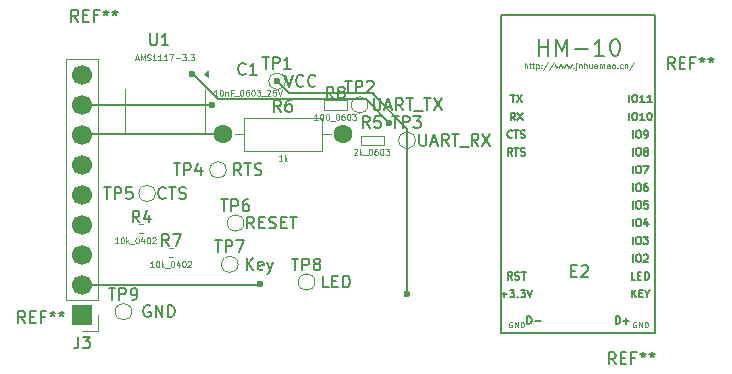
<source format=gbr>
%TF.GenerationSoftware,KiCad,Pcbnew,9.0.7-9.0.7~ubuntu24.04.1*%
%TF.CreationDate,2026-02-13T06:42:10+01:00*%
%TF.ProjectId,diagram_wirering,64696167-7261-46d5-9f77-69726572696e,rev?*%
%TF.SameCoordinates,Original*%
%TF.FileFunction,Copper,L2,Bot*%
%TF.FilePolarity,Positive*%
%FSLAX46Y46*%
G04 Gerber Fmt 4.6, Leading zero omitted, Abs format (unit mm)*
G04 Created by KiCad (PCBNEW 9.0.7-9.0.7~ubuntu24.04.1) date 2026-02-13 06:42:10*
%MOMM*%
%LPD*%
G01*
G04 APERTURE LIST*
%TA.AperFunction,ComponentPad*%
%ADD10C,1.600000*%
%TD*%
%TA.AperFunction,ComponentPad*%
%ADD11R,1.700000X1.700000*%
%TD*%
%TA.AperFunction,ComponentPad*%
%ADD12C,1.700000*%
%TD*%
%TA.AperFunction,ViaPad*%
%ADD13C,0.600000*%
%TD*%
%TA.AperFunction,Conductor*%
%ADD14C,0.200000*%
%TD*%
%ADD15C,0.150000*%
%ADD16C,0.120000*%
%ADD17C,0.100000*%
%ADD18C,0.127000*%
G04 APERTURE END LIST*
D10*
%TO.P,R6,1*%
%TO.N,/breakout_board_uart/TX (D3)*%
X72920000Y-26500000D03*
%TO.P,R6,2*%
%TO.N,/breakout_board_uart/UART_RX (HM-10)*%
X83080000Y-26500000D03*
%TD*%
D11*
%TO.P,J3,1*%
%TO.N,/breakout_board_uart/GND (ARDUINO)*%
X61000000Y-41780000D03*
D12*
%TO.P,J3,2*%
%TO.N,/breakout_board_uart/LED (D8)*%
X61000000Y-39240000D03*
%TO.P,J3,3*%
%TO.N,/breakout_board_uart/KEY (D7)*%
X61000000Y-36700000D03*
%TO.P,J3,4*%
%TO.N,/breakout_board_uart/RESET (D6)*%
X61000000Y-34160000D03*
%TO.P,J3,5*%
%TO.N,/breakout_board_uart/CTS (D5)*%
X61000000Y-31620000D03*
%TO.P,J3,6*%
%TO.N,/breakout_board_uart/RTS (D4)*%
X61000000Y-29080000D03*
%TO.P,J3,7*%
%TO.N,/breakout_board_uart/TX (D3)*%
X61000000Y-26540000D03*
%TO.P,J3,8*%
%TO.N,/breakout_board_uart/RX (D2)*%
X61000000Y-24000000D03*
%TO.P,J3,9*%
%TO.N,/breakout_board_uart/VCC 3.3-7v*%
X61000000Y-21460000D03*
%TD*%
D13*
%TO.N,/breakout_board_uart/LED (D8)*%
X76044265Y-39195735D03*
%TO.N,/breakout_board_uart/RX (D2)*%
X72000000Y-24000000D03*
%TO.N,/breakout_board_uart/VCC (3.3V)  (HM-10)*%
X88500000Y-40000000D03*
X77500000Y-22000000D03*
%TO.N,/breakout_board_uart/GND (ARDUINO)*%
X87000000Y-25500000D03*
X70300000Y-21350000D03*
%TD*%
D14*
%TO.N,/breakout_board_uart/GND (ARDUINO)*%
X87000000Y-25500000D02*
X85000000Y-23500000D01*
X85000000Y-23500000D02*
X72500000Y-23500000D01*
X72500000Y-23500000D02*
X70350000Y-21350000D01*
X70350000Y-21350000D02*
X70300000Y-21350000D01*
%TO.N,/breakout_board_uart/VCC (3.3V)  (HM-10)*%
X77500000Y-22000000D02*
X78500000Y-23000000D01*
X78500000Y-23000000D02*
X85500000Y-23000000D01*
X85500000Y-23000000D02*
X88500000Y-26000000D01*
X88500000Y-26000000D02*
X88500000Y-40000000D01*
%TO.N,/breakout_board_uart/LED (D8)*%
X76044265Y-39195735D02*
X76000000Y-39240000D01*
X76000000Y-39240000D02*
X61000000Y-39240000D01*
%TO.N,/breakout_board_uart/RX (D2)*%
X72000000Y-24000000D02*
X61000000Y-24000000D01*
%TO.N,/breakout_board_uart/TX (D3)*%
X64420000Y-26500000D02*
X72500000Y-26500000D01*
X64420000Y-26500000D02*
X61040000Y-26500000D01*
X61040000Y-26500000D02*
X61000000Y-26540000D01*
%TD*%
D15*
X56166666Y-42454819D02*
X55833333Y-41978628D01*
X55595238Y-42454819D02*
X55595238Y-41454819D01*
X55595238Y-41454819D02*
X55976190Y-41454819D01*
X55976190Y-41454819D02*
X56071428Y-41502438D01*
X56071428Y-41502438D02*
X56119047Y-41550057D01*
X56119047Y-41550057D02*
X56166666Y-41645295D01*
X56166666Y-41645295D02*
X56166666Y-41788152D01*
X56166666Y-41788152D02*
X56119047Y-41883390D01*
X56119047Y-41883390D02*
X56071428Y-41931009D01*
X56071428Y-41931009D02*
X55976190Y-41978628D01*
X55976190Y-41978628D02*
X55595238Y-41978628D01*
X56595238Y-41931009D02*
X56928571Y-41931009D01*
X57071428Y-42454819D02*
X56595238Y-42454819D01*
X56595238Y-42454819D02*
X56595238Y-41454819D01*
X56595238Y-41454819D02*
X57071428Y-41454819D01*
X57833333Y-41931009D02*
X57500000Y-41931009D01*
X57500000Y-42454819D02*
X57500000Y-41454819D01*
X57500000Y-41454819D02*
X57976190Y-41454819D01*
X58500000Y-41454819D02*
X58500000Y-41692914D01*
X58261905Y-41597676D02*
X58500000Y-41692914D01*
X58500000Y-41692914D02*
X58738095Y-41597676D01*
X58357143Y-41883390D02*
X58500000Y-41692914D01*
X58500000Y-41692914D02*
X58642857Y-41883390D01*
X59261905Y-41454819D02*
X59261905Y-41692914D01*
X59023810Y-41597676D02*
X59261905Y-41692914D01*
X59261905Y-41692914D02*
X59500000Y-41597676D01*
X59119048Y-41883390D02*
X59261905Y-41692914D01*
X59261905Y-41692914D02*
X59404762Y-41883390D01*
X106166666Y-45954819D02*
X105833333Y-45478628D01*
X105595238Y-45954819D02*
X105595238Y-44954819D01*
X105595238Y-44954819D02*
X105976190Y-44954819D01*
X105976190Y-44954819D02*
X106071428Y-45002438D01*
X106071428Y-45002438D02*
X106119047Y-45050057D01*
X106119047Y-45050057D02*
X106166666Y-45145295D01*
X106166666Y-45145295D02*
X106166666Y-45288152D01*
X106166666Y-45288152D02*
X106119047Y-45383390D01*
X106119047Y-45383390D02*
X106071428Y-45431009D01*
X106071428Y-45431009D02*
X105976190Y-45478628D01*
X105976190Y-45478628D02*
X105595238Y-45478628D01*
X106595238Y-45431009D02*
X106928571Y-45431009D01*
X107071428Y-45954819D02*
X106595238Y-45954819D01*
X106595238Y-45954819D02*
X106595238Y-44954819D01*
X106595238Y-44954819D02*
X107071428Y-44954819D01*
X107833333Y-45431009D02*
X107500000Y-45431009D01*
X107500000Y-45954819D02*
X107500000Y-44954819D01*
X107500000Y-44954819D02*
X107976190Y-44954819D01*
X108500000Y-44954819D02*
X108500000Y-45192914D01*
X108261905Y-45097676D02*
X108500000Y-45192914D01*
X108500000Y-45192914D02*
X108738095Y-45097676D01*
X108357143Y-45383390D02*
X108500000Y-45192914D01*
X108500000Y-45192914D02*
X108642857Y-45383390D01*
X109261905Y-44954819D02*
X109261905Y-45192914D01*
X109023810Y-45097676D02*
X109261905Y-45192914D01*
X109261905Y-45192914D02*
X109500000Y-45097676D01*
X109119048Y-45383390D02*
X109261905Y-45192914D01*
X109261905Y-45192914D02*
X109404762Y-45383390D01*
X111166666Y-20954819D02*
X110833333Y-20478628D01*
X110595238Y-20954819D02*
X110595238Y-19954819D01*
X110595238Y-19954819D02*
X110976190Y-19954819D01*
X110976190Y-19954819D02*
X111071428Y-20002438D01*
X111071428Y-20002438D02*
X111119047Y-20050057D01*
X111119047Y-20050057D02*
X111166666Y-20145295D01*
X111166666Y-20145295D02*
X111166666Y-20288152D01*
X111166666Y-20288152D02*
X111119047Y-20383390D01*
X111119047Y-20383390D02*
X111071428Y-20431009D01*
X111071428Y-20431009D02*
X110976190Y-20478628D01*
X110976190Y-20478628D02*
X110595238Y-20478628D01*
X111595238Y-20431009D02*
X111928571Y-20431009D01*
X112071428Y-20954819D02*
X111595238Y-20954819D01*
X111595238Y-20954819D02*
X111595238Y-19954819D01*
X111595238Y-19954819D02*
X112071428Y-19954819D01*
X112833333Y-20431009D02*
X112500000Y-20431009D01*
X112500000Y-20954819D02*
X112500000Y-19954819D01*
X112500000Y-19954819D02*
X112976190Y-19954819D01*
X113500000Y-19954819D02*
X113500000Y-20192914D01*
X113261905Y-20097676D02*
X113500000Y-20192914D01*
X113500000Y-20192914D02*
X113738095Y-20097676D01*
X113357143Y-20383390D02*
X113500000Y-20192914D01*
X113500000Y-20192914D02*
X113642857Y-20383390D01*
X114261905Y-19954819D02*
X114261905Y-20192914D01*
X114023810Y-20097676D02*
X114261905Y-20192914D01*
X114261905Y-20192914D02*
X114500000Y-20097676D01*
X114119048Y-20383390D02*
X114261905Y-20192914D01*
X114261905Y-20192914D02*
X114404762Y-20383390D01*
X60666666Y-16954819D02*
X60333333Y-16478628D01*
X60095238Y-16954819D02*
X60095238Y-15954819D01*
X60095238Y-15954819D02*
X60476190Y-15954819D01*
X60476190Y-15954819D02*
X60571428Y-16002438D01*
X60571428Y-16002438D02*
X60619047Y-16050057D01*
X60619047Y-16050057D02*
X60666666Y-16145295D01*
X60666666Y-16145295D02*
X60666666Y-16288152D01*
X60666666Y-16288152D02*
X60619047Y-16383390D01*
X60619047Y-16383390D02*
X60571428Y-16431009D01*
X60571428Y-16431009D02*
X60476190Y-16478628D01*
X60476190Y-16478628D02*
X60095238Y-16478628D01*
X61095238Y-16431009D02*
X61428571Y-16431009D01*
X61571428Y-16954819D02*
X61095238Y-16954819D01*
X61095238Y-16954819D02*
X61095238Y-15954819D01*
X61095238Y-15954819D02*
X61571428Y-15954819D01*
X62333333Y-16431009D02*
X62000000Y-16431009D01*
X62000000Y-16954819D02*
X62000000Y-15954819D01*
X62000000Y-15954819D02*
X62476190Y-15954819D01*
X63000000Y-15954819D02*
X63000000Y-16192914D01*
X62761905Y-16097676D02*
X63000000Y-16192914D01*
X63000000Y-16192914D02*
X63238095Y-16097676D01*
X62857143Y-16383390D02*
X63000000Y-16192914D01*
X63000000Y-16192914D02*
X63142857Y-16383390D01*
X63761905Y-15954819D02*
X63761905Y-16192914D01*
X63523810Y-16097676D02*
X63761905Y-16192914D01*
X63761905Y-16192914D02*
X64000000Y-16097676D01*
X63619048Y-16383390D02*
X63761905Y-16192914D01*
X63761905Y-16192914D02*
X63904762Y-16383390D01*
X83238095Y-21956819D02*
X83809523Y-21956819D01*
X83523809Y-22956819D02*
X83523809Y-21956819D01*
X84142857Y-22956819D02*
X84142857Y-21956819D01*
X84142857Y-21956819D02*
X84523809Y-21956819D01*
X84523809Y-21956819D02*
X84619047Y-22004438D01*
X84619047Y-22004438D02*
X84666666Y-22052057D01*
X84666666Y-22052057D02*
X84714285Y-22147295D01*
X84714285Y-22147295D02*
X84714285Y-22290152D01*
X84714285Y-22290152D02*
X84666666Y-22385390D01*
X84666666Y-22385390D02*
X84619047Y-22433009D01*
X84619047Y-22433009D02*
X84523809Y-22480628D01*
X84523809Y-22480628D02*
X84142857Y-22480628D01*
X85095238Y-22052057D02*
X85142857Y-22004438D01*
X85142857Y-22004438D02*
X85238095Y-21956819D01*
X85238095Y-21956819D02*
X85476190Y-21956819D01*
X85476190Y-21956819D02*
X85571428Y-22004438D01*
X85571428Y-22004438D02*
X85619047Y-22052057D01*
X85619047Y-22052057D02*
X85666666Y-22147295D01*
X85666666Y-22147295D02*
X85666666Y-22242533D01*
X85666666Y-22242533D02*
X85619047Y-22385390D01*
X85619047Y-22385390D02*
X85047619Y-22956819D01*
X85047619Y-22956819D02*
X85666666Y-22956819D01*
X85666666Y-23454819D02*
X85666666Y-24264342D01*
X85666666Y-24264342D02*
X85714285Y-24359580D01*
X85714285Y-24359580D02*
X85761904Y-24407200D01*
X85761904Y-24407200D02*
X85857142Y-24454819D01*
X85857142Y-24454819D02*
X86047618Y-24454819D01*
X86047618Y-24454819D02*
X86142856Y-24407200D01*
X86142856Y-24407200D02*
X86190475Y-24359580D01*
X86190475Y-24359580D02*
X86238094Y-24264342D01*
X86238094Y-24264342D02*
X86238094Y-23454819D01*
X86666666Y-24169104D02*
X87142856Y-24169104D01*
X86571428Y-24454819D02*
X86904761Y-23454819D01*
X86904761Y-23454819D02*
X87238094Y-24454819D01*
X88142856Y-24454819D02*
X87809523Y-23978628D01*
X87571428Y-24454819D02*
X87571428Y-23454819D01*
X87571428Y-23454819D02*
X87952380Y-23454819D01*
X87952380Y-23454819D02*
X88047618Y-23502438D01*
X88047618Y-23502438D02*
X88095237Y-23550057D01*
X88095237Y-23550057D02*
X88142856Y-23645295D01*
X88142856Y-23645295D02*
X88142856Y-23788152D01*
X88142856Y-23788152D02*
X88095237Y-23883390D01*
X88095237Y-23883390D02*
X88047618Y-23931009D01*
X88047618Y-23931009D02*
X87952380Y-23978628D01*
X87952380Y-23978628D02*
X87571428Y-23978628D01*
X88428571Y-23454819D02*
X88999999Y-23454819D01*
X88714285Y-24454819D02*
X88714285Y-23454819D01*
X89095238Y-24550057D02*
X89857142Y-24550057D01*
X89952381Y-23454819D02*
X90523809Y-23454819D01*
X90238095Y-24454819D02*
X90238095Y-23454819D01*
X90761905Y-23454819D02*
X91428571Y-24454819D01*
X91428571Y-23454819D02*
X90761905Y-24454819D01*
X87238095Y-24956819D02*
X87809523Y-24956819D01*
X87523809Y-25956819D02*
X87523809Y-24956819D01*
X88142857Y-25956819D02*
X88142857Y-24956819D01*
X88142857Y-24956819D02*
X88523809Y-24956819D01*
X88523809Y-24956819D02*
X88619047Y-25004438D01*
X88619047Y-25004438D02*
X88666666Y-25052057D01*
X88666666Y-25052057D02*
X88714285Y-25147295D01*
X88714285Y-25147295D02*
X88714285Y-25290152D01*
X88714285Y-25290152D02*
X88666666Y-25385390D01*
X88666666Y-25385390D02*
X88619047Y-25433009D01*
X88619047Y-25433009D02*
X88523809Y-25480628D01*
X88523809Y-25480628D02*
X88142857Y-25480628D01*
X89047619Y-24956819D02*
X89666666Y-24956819D01*
X89666666Y-24956819D02*
X89333333Y-25337771D01*
X89333333Y-25337771D02*
X89476190Y-25337771D01*
X89476190Y-25337771D02*
X89571428Y-25385390D01*
X89571428Y-25385390D02*
X89619047Y-25433009D01*
X89619047Y-25433009D02*
X89666666Y-25528247D01*
X89666666Y-25528247D02*
X89666666Y-25766342D01*
X89666666Y-25766342D02*
X89619047Y-25861580D01*
X89619047Y-25861580D02*
X89571428Y-25909200D01*
X89571428Y-25909200D02*
X89476190Y-25956819D01*
X89476190Y-25956819D02*
X89190476Y-25956819D01*
X89190476Y-25956819D02*
X89095238Y-25909200D01*
X89095238Y-25909200D02*
X89047619Y-25861580D01*
X89547619Y-26454819D02*
X89547619Y-27264342D01*
X89547619Y-27264342D02*
X89595238Y-27359580D01*
X89595238Y-27359580D02*
X89642857Y-27407200D01*
X89642857Y-27407200D02*
X89738095Y-27454819D01*
X89738095Y-27454819D02*
X89928571Y-27454819D01*
X89928571Y-27454819D02*
X90023809Y-27407200D01*
X90023809Y-27407200D02*
X90071428Y-27359580D01*
X90071428Y-27359580D02*
X90119047Y-27264342D01*
X90119047Y-27264342D02*
X90119047Y-26454819D01*
X90547619Y-27169104D02*
X91023809Y-27169104D01*
X90452381Y-27454819D02*
X90785714Y-26454819D01*
X90785714Y-26454819D02*
X91119047Y-27454819D01*
X92023809Y-27454819D02*
X91690476Y-26978628D01*
X91452381Y-27454819D02*
X91452381Y-26454819D01*
X91452381Y-26454819D02*
X91833333Y-26454819D01*
X91833333Y-26454819D02*
X91928571Y-26502438D01*
X91928571Y-26502438D02*
X91976190Y-26550057D01*
X91976190Y-26550057D02*
X92023809Y-26645295D01*
X92023809Y-26645295D02*
X92023809Y-26788152D01*
X92023809Y-26788152D02*
X91976190Y-26883390D01*
X91976190Y-26883390D02*
X91928571Y-26931009D01*
X91928571Y-26931009D02*
X91833333Y-26978628D01*
X91833333Y-26978628D02*
X91452381Y-26978628D01*
X92309524Y-26454819D02*
X92880952Y-26454819D01*
X92595238Y-27454819D02*
X92595238Y-26454819D01*
X92976191Y-27550057D02*
X93738095Y-27550057D01*
X94547619Y-27454819D02*
X94214286Y-26978628D01*
X93976191Y-27454819D02*
X93976191Y-26454819D01*
X93976191Y-26454819D02*
X94357143Y-26454819D01*
X94357143Y-26454819D02*
X94452381Y-26502438D01*
X94452381Y-26502438D02*
X94500000Y-26550057D01*
X94500000Y-26550057D02*
X94547619Y-26645295D01*
X94547619Y-26645295D02*
X94547619Y-26788152D01*
X94547619Y-26788152D02*
X94500000Y-26883390D01*
X94500000Y-26883390D02*
X94452381Y-26931009D01*
X94452381Y-26931009D02*
X94357143Y-26978628D01*
X94357143Y-26978628D02*
X93976191Y-26978628D01*
X94880953Y-26454819D02*
X95547619Y-27454819D01*
X95547619Y-26454819D02*
X94880953Y-27454819D01*
X68738095Y-28956819D02*
X69309523Y-28956819D01*
X69023809Y-29956819D02*
X69023809Y-28956819D01*
X69642857Y-29956819D02*
X69642857Y-28956819D01*
X69642857Y-28956819D02*
X70023809Y-28956819D01*
X70023809Y-28956819D02*
X70119047Y-29004438D01*
X70119047Y-29004438D02*
X70166666Y-29052057D01*
X70166666Y-29052057D02*
X70214285Y-29147295D01*
X70214285Y-29147295D02*
X70214285Y-29290152D01*
X70214285Y-29290152D02*
X70166666Y-29385390D01*
X70166666Y-29385390D02*
X70119047Y-29433009D01*
X70119047Y-29433009D02*
X70023809Y-29480628D01*
X70023809Y-29480628D02*
X69642857Y-29480628D01*
X71071428Y-29290152D02*
X71071428Y-29956819D01*
X70833333Y-28909200D02*
X70595238Y-29623485D01*
X70595238Y-29623485D02*
X71214285Y-29623485D01*
X74452380Y-29954819D02*
X74119047Y-29478628D01*
X73880952Y-29954819D02*
X73880952Y-28954819D01*
X73880952Y-28954819D02*
X74261904Y-28954819D01*
X74261904Y-28954819D02*
X74357142Y-29002438D01*
X74357142Y-29002438D02*
X74404761Y-29050057D01*
X74404761Y-29050057D02*
X74452380Y-29145295D01*
X74452380Y-29145295D02*
X74452380Y-29288152D01*
X74452380Y-29288152D02*
X74404761Y-29383390D01*
X74404761Y-29383390D02*
X74357142Y-29431009D01*
X74357142Y-29431009D02*
X74261904Y-29478628D01*
X74261904Y-29478628D02*
X73880952Y-29478628D01*
X74738095Y-28954819D02*
X75309523Y-28954819D01*
X75023809Y-29954819D02*
X75023809Y-28954819D01*
X75595238Y-29907200D02*
X75738095Y-29954819D01*
X75738095Y-29954819D02*
X75976190Y-29954819D01*
X75976190Y-29954819D02*
X76071428Y-29907200D01*
X76071428Y-29907200D02*
X76119047Y-29859580D01*
X76119047Y-29859580D02*
X76166666Y-29764342D01*
X76166666Y-29764342D02*
X76166666Y-29669104D01*
X76166666Y-29669104D02*
X76119047Y-29573866D01*
X76119047Y-29573866D02*
X76071428Y-29526247D01*
X76071428Y-29526247D02*
X75976190Y-29478628D01*
X75976190Y-29478628D02*
X75785714Y-29431009D01*
X75785714Y-29431009D02*
X75690476Y-29383390D01*
X75690476Y-29383390D02*
X75642857Y-29335771D01*
X75642857Y-29335771D02*
X75595238Y-29240533D01*
X75595238Y-29240533D02*
X75595238Y-29145295D01*
X75595238Y-29145295D02*
X75642857Y-29050057D01*
X75642857Y-29050057D02*
X75690476Y-29002438D01*
X75690476Y-29002438D02*
X75785714Y-28954819D01*
X75785714Y-28954819D02*
X76023809Y-28954819D01*
X76023809Y-28954819D02*
X76166666Y-29002438D01*
X62846366Y-30956819D02*
X63417794Y-30956819D01*
X63132080Y-31956819D02*
X63132080Y-30956819D01*
X63751128Y-31956819D02*
X63751128Y-30956819D01*
X63751128Y-30956819D02*
X64132080Y-30956819D01*
X64132080Y-30956819D02*
X64227318Y-31004438D01*
X64227318Y-31004438D02*
X64274937Y-31052057D01*
X64274937Y-31052057D02*
X64322556Y-31147295D01*
X64322556Y-31147295D02*
X64322556Y-31290152D01*
X64322556Y-31290152D02*
X64274937Y-31385390D01*
X64274937Y-31385390D02*
X64227318Y-31433009D01*
X64227318Y-31433009D02*
X64132080Y-31480628D01*
X64132080Y-31480628D02*
X63751128Y-31480628D01*
X65227318Y-30956819D02*
X64751128Y-30956819D01*
X64751128Y-30956819D02*
X64703509Y-31433009D01*
X64703509Y-31433009D02*
X64751128Y-31385390D01*
X64751128Y-31385390D02*
X64846366Y-31337771D01*
X64846366Y-31337771D02*
X65084461Y-31337771D01*
X65084461Y-31337771D02*
X65179699Y-31385390D01*
X65179699Y-31385390D02*
X65227318Y-31433009D01*
X65227318Y-31433009D02*
X65274937Y-31528247D01*
X65274937Y-31528247D02*
X65274937Y-31766342D01*
X65274937Y-31766342D02*
X65227318Y-31861580D01*
X65227318Y-31861580D02*
X65179699Y-31909200D01*
X65179699Y-31909200D02*
X65084461Y-31956819D01*
X65084461Y-31956819D02*
X64846366Y-31956819D01*
X64846366Y-31956819D02*
X64751128Y-31909200D01*
X64751128Y-31909200D02*
X64703509Y-31861580D01*
X68060651Y-31859580D02*
X68013032Y-31907200D01*
X68013032Y-31907200D02*
X67870175Y-31954819D01*
X67870175Y-31954819D02*
X67774937Y-31954819D01*
X67774937Y-31954819D02*
X67632080Y-31907200D01*
X67632080Y-31907200D02*
X67536842Y-31811961D01*
X67536842Y-31811961D02*
X67489223Y-31716723D01*
X67489223Y-31716723D02*
X67441604Y-31526247D01*
X67441604Y-31526247D02*
X67441604Y-31383390D01*
X67441604Y-31383390D02*
X67489223Y-31192914D01*
X67489223Y-31192914D02*
X67536842Y-31097676D01*
X67536842Y-31097676D02*
X67632080Y-31002438D01*
X67632080Y-31002438D02*
X67774937Y-30954819D01*
X67774937Y-30954819D02*
X67870175Y-30954819D01*
X67870175Y-30954819D02*
X68013032Y-31002438D01*
X68013032Y-31002438D02*
X68060651Y-31050057D01*
X68346366Y-30954819D02*
X68917794Y-30954819D01*
X68632080Y-31954819D02*
X68632080Y-30954819D01*
X69203509Y-31907200D02*
X69346366Y-31954819D01*
X69346366Y-31954819D02*
X69584461Y-31954819D01*
X69584461Y-31954819D02*
X69679699Y-31907200D01*
X69679699Y-31907200D02*
X69727318Y-31859580D01*
X69727318Y-31859580D02*
X69774937Y-31764342D01*
X69774937Y-31764342D02*
X69774937Y-31669104D01*
X69774937Y-31669104D02*
X69727318Y-31573866D01*
X69727318Y-31573866D02*
X69679699Y-31526247D01*
X69679699Y-31526247D02*
X69584461Y-31478628D01*
X69584461Y-31478628D02*
X69393985Y-31431009D01*
X69393985Y-31431009D02*
X69298747Y-31383390D01*
X69298747Y-31383390D02*
X69251128Y-31335771D01*
X69251128Y-31335771D02*
X69203509Y-31240533D01*
X69203509Y-31240533D02*
X69203509Y-31145295D01*
X69203509Y-31145295D02*
X69251128Y-31050057D01*
X69251128Y-31050057D02*
X69298747Y-31002438D01*
X69298747Y-31002438D02*
X69393985Y-30954819D01*
X69393985Y-30954819D02*
X69632080Y-30954819D01*
X69632080Y-30954819D02*
X69774937Y-31002438D01*
X76238095Y-19954819D02*
X76809523Y-19954819D01*
X76523809Y-20954819D02*
X76523809Y-19954819D01*
X77142857Y-20954819D02*
X77142857Y-19954819D01*
X77142857Y-19954819D02*
X77523809Y-19954819D01*
X77523809Y-19954819D02*
X77619047Y-20002438D01*
X77619047Y-20002438D02*
X77666666Y-20050057D01*
X77666666Y-20050057D02*
X77714285Y-20145295D01*
X77714285Y-20145295D02*
X77714285Y-20288152D01*
X77714285Y-20288152D02*
X77666666Y-20383390D01*
X77666666Y-20383390D02*
X77619047Y-20431009D01*
X77619047Y-20431009D02*
X77523809Y-20478628D01*
X77523809Y-20478628D02*
X77142857Y-20478628D01*
X78666666Y-20954819D02*
X78095238Y-20954819D01*
X78380952Y-20954819D02*
X78380952Y-19954819D01*
X78380952Y-19954819D02*
X78285714Y-20097676D01*
X78285714Y-20097676D02*
X78190476Y-20192914D01*
X78190476Y-20192914D02*
X78095238Y-20240533D01*
X78166667Y-21454819D02*
X78500000Y-22454819D01*
X78500000Y-22454819D02*
X78833333Y-21454819D01*
X79738095Y-22359580D02*
X79690476Y-22407200D01*
X79690476Y-22407200D02*
X79547619Y-22454819D01*
X79547619Y-22454819D02*
X79452381Y-22454819D01*
X79452381Y-22454819D02*
X79309524Y-22407200D01*
X79309524Y-22407200D02*
X79214286Y-22311961D01*
X79214286Y-22311961D02*
X79166667Y-22216723D01*
X79166667Y-22216723D02*
X79119048Y-22026247D01*
X79119048Y-22026247D02*
X79119048Y-21883390D01*
X79119048Y-21883390D02*
X79166667Y-21692914D01*
X79166667Y-21692914D02*
X79214286Y-21597676D01*
X79214286Y-21597676D02*
X79309524Y-21502438D01*
X79309524Y-21502438D02*
X79452381Y-21454819D01*
X79452381Y-21454819D02*
X79547619Y-21454819D01*
X79547619Y-21454819D02*
X79690476Y-21502438D01*
X79690476Y-21502438D02*
X79738095Y-21550057D01*
X80738095Y-22359580D02*
X80690476Y-22407200D01*
X80690476Y-22407200D02*
X80547619Y-22454819D01*
X80547619Y-22454819D02*
X80452381Y-22454819D01*
X80452381Y-22454819D02*
X80309524Y-22407200D01*
X80309524Y-22407200D02*
X80214286Y-22311961D01*
X80214286Y-22311961D02*
X80166667Y-22216723D01*
X80166667Y-22216723D02*
X80119048Y-22026247D01*
X80119048Y-22026247D02*
X80119048Y-21883390D01*
X80119048Y-21883390D02*
X80166667Y-21692914D01*
X80166667Y-21692914D02*
X80214286Y-21597676D01*
X80214286Y-21597676D02*
X80309524Y-21502438D01*
X80309524Y-21502438D02*
X80452381Y-21454819D01*
X80452381Y-21454819D02*
X80547619Y-21454819D01*
X80547619Y-21454819D02*
X80690476Y-21502438D01*
X80690476Y-21502438D02*
X80738095Y-21550057D01*
X102424524Y-38036009D02*
X102757857Y-38036009D01*
X102900714Y-38559819D02*
X102424524Y-38559819D01*
X102424524Y-38559819D02*
X102424524Y-37559819D01*
X102424524Y-37559819D02*
X102900714Y-37559819D01*
X103281667Y-37655057D02*
X103329286Y-37607438D01*
X103329286Y-37607438D02*
X103424524Y-37559819D01*
X103424524Y-37559819D02*
X103662619Y-37559819D01*
X103662619Y-37559819D02*
X103757857Y-37607438D01*
X103757857Y-37607438D02*
X103805476Y-37655057D01*
X103805476Y-37655057D02*
X103853095Y-37750295D01*
X103853095Y-37750295D02*
X103853095Y-37845533D01*
X103853095Y-37845533D02*
X103805476Y-37988390D01*
X103805476Y-37988390D02*
X103234048Y-38559819D01*
X103234048Y-38559819D02*
X103853095Y-38559819D01*
D16*
X98454285Y-20895817D02*
X98454285Y-20415817D01*
X98660000Y-20895817D02*
X98660000Y-20644388D01*
X98660000Y-20644388D02*
X98637142Y-20598674D01*
X98637142Y-20598674D02*
X98591428Y-20575817D01*
X98591428Y-20575817D02*
X98522857Y-20575817D01*
X98522857Y-20575817D02*
X98477142Y-20598674D01*
X98477142Y-20598674D02*
X98454285Y-20621531D01*
X98820000Y-20575817D02*
X99002857Y-20575817D01*
X98888571Y-20415817D02*
X98888571Y-20827245D01*
X98888571Y-20827245D02*
X98911428Y-20872960D01*
X98911428Y-20872960D02*
X98957143Y-20895817D01*
X98957143Y-20895817D02*
X99002857Y-20895817D01*
X99094286Y-20575817D02*
X99277143Y-20575817D01*
X99162857Y-20415817D02*
X99162857Y-20827245D01*
X99162857Y-20827245D02*
X99185714Y-20872960D01*
X99185714Y-20872960D02*
X99231429Y-20895817D01*
X99231429Y-20895817D02*
X99277143Y-20895817D01*
X99437143Y-20575817D02*
X99437143Y-21055817D01*
X99437143Y-20598674D02*
X99482858Y-20575817D01*
X99482858Y-20575817D02*
X99574286Y-20575817D01*
X99574286Y-20575817D02*
X99620000Y-20598674D01*
X99620000Y-20598674D02*
X99642858Y-20621531D01*
X99642858Y-20621531D02*
X99665715Y-20667245D01*
X99665715Y-20667245D02*
X99665715Y-20804388D01*
X99665715Y-20804388D02*
X99642858Y-20850102D01*
X99642858Y-20850102D02*
X99620000Y-20872960D01*
X99620000Y-20872960D02*
X99574286Y-20895817D01*
X99574286Y-20895817D02*
X99482858Y-20895817D01*
X99482858Y-20895817D02*
X99437143Y-20872960D01*
X99871429Y-20850102D02*
X99894286Y-20872960D01*
X99894286Y-20872960D02*
X99871429Y-20895817D01*
X99871429Y-20895817D02*
X99848572Y-20872960D01*
X99848572Y-20872960D02*
X99871429Y-20850102D01*
X99871429Y-20850102D02*
X99871429Y-20895817D01*
X99871429Y-20598674D02*
X99894286Y-20621531D01*
X99894286Y-20621531D02*
X99871429Y-20644388D01*
X99871429Y-20644388D02*
X99848572Y-20621531D01*
X99848572Y-20621531D02*
X99871429Y-20598674D01*
X99871429Y-20598674D02*
X99871429Y-20644388D01*
X100442857Y-20392960D02*
X100031429Y-21010102D01*
X100945714Y-20392960D02*
X100534286Y-21010102D01*
X101060000Y-20575817D02*
X101151429Y-20895817D01*
X101151429Y-20895817D02*
X101242857Y-20667245D01*
X101242857Y-20667245D02*
X101334286Y-20895817D01*
X101334286Y-20895817D02*
X101425714Y-20575817D01*
X101562857Y-20575817D02*
X101654286Y-20895817D01*
X101654286Y-20895817D02*
X101745714Y-20667245D01*
X101745714Y-20667245D02*
X101837143Y-20895817D01*
X101837143Y-20895817D02*
X101928571Y-20575817D01*
X102065714Y-20575817D02*
X102157143Y-20895817D01*
X102157143Y-20895817D02*
X102248571Y-20667245D01*
X102248571Y-20667245D02*
X102340000Y-20895817D01*
X102340000Y-20895817D02*
X102431428Y-20575817D01*
X102614285Y-20850102D02*
X102637142Y-20872960D01*
X102637142Y-20872960D02*
X102614285Y-20895817D01*
X102614285Y-20895817D02*
X102591428Y-20872960D01*
X102591428Y-20872960D02*
X102614285Y-20850102D01*
X102614285Y-20850102D02*
X102614285Y-20895817D01*
X102842856Y-20575817D02*
X102842856Y-20987245D01*
X102842856Y-20987245D02*
X102819999Y-21032960D01*
X102819999Y-21032960D02*
X102774285Y-21055817D01*
X102774285Y-21055817D02*
X102751428Y-21055817D01*
X102842856Y-20415817D02*
X102819999Y-20438674D01*
X102819999Y-20438674D02*
X102842856Y-20461531D01*
X102842856Y-20461531D02*
X102865713Y-20438674D01*
X102865713Y-20438674D02*
X102842856Y-20415817D01*
X102842856Y-20415817D02*
X102842856Y-20461531D01*
X103071427Y-20575817D02*
X103071427Y-20895817D01*
X103071427Y-20621531D02*
X103094284Y-20598674D01*
X103094284Y-20598674D02*
X103139999Y-20575817D01*
X103139999Y-20575817D02*
X103208570Y-20575817D01*
X103208570Y-20575817D02*
X103254284Y-20598674D01*
X103254284Y-20598674D02*
X103277142Y-20644388D01*
X103277142Y-20644388D02*
X103277142Y-20895817D01*
X103505713Y-20895817D02*
X103505713Y-20415817D01*
X103711428Y-20895817D02*
X103711428Y-20644388D01*
X103711428Y-20644388D02*
X103688570Y-20598674D01*
X103688570Y-20598674D02*
X103642856Y-20575817D01*
X103642856Y-20575817D02*
X103574285Y-20575817D01*
X103574285Y-20575817D02*
X103528570Y-20598674D01*
X103528570Y-20598674D02*
X103505713Y-20621531D01*
X104145714Y-20575817D02*
X104145714Y-20895817D01*
X103939999Y-20575817D02*
X103939999Y-20827245D01*
X103939999Y-20827245D02*
X103962856Y-20872960D01*
X103962856Y-20872960D02*
X104008571Y-20895817D01*
X104008571Y-20895817D02*
X104077142Y-20895817D01*
X104077142Y-20895817D02*
X104122856Y-20872960D01*
X104122856Y-20872960D02*
X104145714Y-20850102D01*
X104580000Y-20895817D02*
X104580000Y-20644388D01*
X104580000Y-20644388D02*
X104557142Y-20598674D01*
X104557142Y-20598674D02*
X104511428Y-20575817D01*
X104511428Y-20575817D02*
X104420000Y-20575817D01*
X104420000Y-20575817D02*
X104374285Y-20598674D01*
X104580000Y-20872960D02*
X104534285Y-20895817D01*
X104534285Y-20895817D02*
X104420000Y-20895817D01*
X104420000Y-20895817D02*
X104374285Y-20872960D01*
X104374285Y-20872960D02*
X104351428Y-20827245D01*
X104351428Y-20827245D02*
X104351428Y-20781531D01*
X104351428Y-20781531D02*
X104374285Y-20735817D01*
X104374285Y-20735817D02*
X104420000Y-20712960D01*
X104420000Y-20712960D02*
X104534285Y-20712960D01*
X104534285Y-20712960D02*
X104580000Y-20690102D01*
X104808571Y-20895817D02*
X104808571Y-20575817D01*
X104808571Y-20621531D02*
X104831428Y-20598674D01*
X104831428Y-20598674D02*
X104877143Y-20575817D01*
X104877143Y-20575817D02*
X104945714Y-20575817D01*
X104945714Y-20575817D02*
X104991428Y-20598674D01*
X104991428Y-20598674D02*
X105014286Y-20644388D01*
X105014286Y-20644388D02*
X105014286Y-20895817D01*
X105014286Y-20644388D02*
X105037143Y-20598674D01*
X105037143Y-20598674D02*
X105082857Y-20575817D01*
X105082857Y-20575817D02*
X105151428Y-20575817D01*
X105151428Y-20575817D02*
X105197143Y-20598674D01*
X105197143Y-20598674D02*
X105220000Y-20644388D01*
X105220000Y-20644388D02*
X105220000Y-20895817D01*
X105654286Y-20895817D02*
X105654286Y-20644388D01*
X105654286Y-20644388D02*
X105631428Y-20598674D01*
X105631428Y-20598674D02*
X105585714Y-20575817D01*
X105585714Y-20575817D02*
X105494286Y-20575817D01*
X105494286Y-20575817D02*
X105448571Y-20598674D01*
X105654286Y-20872960D02*
X105608571Y-20895817D01*
X105608571Y-20895817D02*
X105494286Y-20895817D01*
X105494286Y-20895817D02*
X105448571Y-20872960D01*
X105448571Y-20872960D02*
X105425714Y-20827245D01*
X105425714Y-20827245D02*
X105425714Y-20781531D01*
X105425714Y-20781531D02*
X105448571Y-20735817D01*
X105448571Y-20735817D02*
X105494286Y-20712960D01*
X105494286Y-20712960D02*
X105608571Y-20712960D01*
X105608571Y-20712960D02*
X105654286Y-20690102D01*
X105951429Y-20895817D02*
X105905714Y-20872960D01*
X105905714Y-20872960D02*
X105882857Y-20850102D01*
X105882857Y-20850102D02*
X105860000Y-20804388D01*
X105860000Y-20804388D02*
X105860000Y-20667245D01*
X105860000Y-20667245D02*
X105882857Y-20621531D01*
X105882857Y-20621531D02*
X105905714Y-20598674D01*
X105905714Y-20598674D02*
X105951429Y-20575817D01*
X105951429Y-20575817D02*
X106020000Y-20575817D01*
X106020000Y-20575817D02*
X106065714Y-20598674D01*
X106065714Y-20598674D02*
X106088572Y-20621531D01*
X106088572Y-20621531D02*
X106111429Y-20667245D01*
X106111429Y-20667245D02*
X106111429Y-20804388D01*
X106111429Y-20804388D02*
X106088572Y-20850102D01*
X106088572Y-20850102D02*
X106065714Y-20872960D01*
X106065714Y-20872960D02*
X106020000Y-20895817D01*
X106020000Y-20895817D02*
X105951429Y-20895817D01*
X106317143Y-20850102D02*
X106340000Y-20872960D01*
X106340000Y-20872960D02*
X106317143Y-20895817D01*
X106317143Y-20895817D02*
X106294286Y-20872960D01*
X106294286Y-20872960D02*
X106317143Y-20850102D01*
X106317143Y-20850102D02*
X106317143Y-20895817D01*
X106751429Y-20872960D02*
X106705714Y-20895817D01*
X106705714Y-20895817D02*
X106614286Y-20895817D01*
X106614286Y-20895817D02*
X106568571Y-20872960D01*
X106568571Y-20872960D02*
X106545714Y-20850102D01*
X106545714Y-20850102D02*
X106522857Y-20804388D01*
X106522857Y-20804388D02*
X106522857Y-20667245D01*
X106522857Y-20667245D02*
X106545714Y-20621531D01*
X106545714Y-20621531D02*
X106568571Y-20598674D01*
X106568571Y-20598674D02*
X106614286Y-20575817D01*
X106614286Y-20575817D02*
X106705714Y-20575817D01*
X106705714Y-20575817D02*
X106751429Y-20598674D01*
X106957143Y-20575817D02*
X106957143Y-20895817D01*
X106957143Y-20621531D02*
X106980000Y-20598674D01*
X106980000Y-20598674D02*
X107025715Y-20575817D01*
X107025715Y-20575817D02*
X107094286Y-20575817D01*
X107094286Y-20575817D02*
X107140000Y-20598674D01*
X107140000Y-20598674D02*
X107162858Y-20644388D01*
X107162858Y-20644388D02*
X107162858Y-20895817D01*
X107734286Y-20392960D02*
X107322858Y-21010102D01*
D15*
X97262381Y-23148276D02*
X97628095Y-23148276D01*
X97445238Y-23788276D02*
X97445238Y-23148276D01*
X97780476Y-23148276D02*
X98207143Y-23788276D01*
X98207143Y-23148276D02*
X97780476Y-23788276D01*
X97643333Y-25288276D02*
X97429999Y-24983514D01*
X97277618Y-25288276D02*
X97277618Y-24648276D01*
X97277618Y-24648276D02*
X97521428Y-24648276D01*
X97521428Y-24648276D02*
X97582380Y-24678752D01*
X97582380Y-24678752D02*
X97612857Y-24709228D01*
X97612857Y-24709228D02*
X97643333Y-24770180D01*
X97643333Y-24770180D02*
X97643333Y-24861609D01*
X97643333Y-24861609D02*
X97612857Y-24922561D01*
X97612857Y-24922561D02*
X97582380Y-24953038D01*
X97582380Y-24953038D02*
X97521428Y-24983514D01*
X97521428Y-24983514D02*
X97277618Y-24983514D01*
X97856666Y-24648276D02*
X98283333Y-25288276D01*
X98283333Y-24648276D02*
X97856666Y-25288276D01*
X97399524Y-26727323D02*
X97369048Y-26757800D01*
X97369048Y-26757800D02*
X97277619Y-26788276D01*
X97277619Y-26788276D02*
X97216667Y-26788276D01*
X97216667Y-26788276D02*
X97125238Y-26757800D01*
X97125238Y-26757800D02*
X97064286Y-26696847D01*
X97064286Y-26696847D02*
X97033809Y-26635895D01*
X97033809Y-26635895D02*
X97003333Y-26513990D01*
X97003333Y-26513990D02*
X97003333Y-26422561D01*
X97003333Y-26422561D02*
X97033809Y-26300657D01*
X97033809Y-26300657D02*
X97064286Y-26239704D01*
X97064286Y-26239704D02*
X97125238Y-26178752D01*
X97125238Y-26178752D02*
X97216667Y-26148276D01*
X97216667Y-26148276D02*
X97277619Y-26148276D01*
X97277619Y-26148276D02*
X97369048Y-26178752D01*
X97369048Y-26178752D02*
X97399524Y-26209228D01*
X97582381Y-26148276D02*
X97948095Y-26148276D01*
X97765238Y-26788276D02*
X97765238Y-26148276D01*
X98130952Y-26757800D02*
X98222381Y-26788276D01*
X98222381Y-26788276D02*
X98374762Y-26788276D01*
X98374762Y-26788276D02*
X98435714Y-26757800D01*
X98435714Y-26757800D02*
X98466190Y-26727323D01*
X98466190Y-26727323D02*
X98496667Y-26666371D01*
X98496667Y-26666371D02*
X98496667Y-26605419D01*
X98496667Y-26605419D02*
X98466190Y-26544466D01*
X98466190Y-26544466D02*
X98435714Y-26513990D01*
X98435714Y-26513990D02*
X98374762Y-26483514D01*
X98374762Y-26483514D02*
X98252857Y-26453038D01*
X98252857Y-26453038D02*
X98191905Y-26422561D01*
X98191905Y-26422561D02*
X98161428Y-26392085D01*
X98161428Y-26392085D02*
X98130952Y-26331133D01*
X98130952Y-26331133D02*
X98130952Y-26270180D01*
X98130952Y-26270180D02*
X98161428Y-26209228D01*
X98161428Y-26209228D02*
X98191905Y-26178752D01*
X98191905Y-26178752D02*
X98252857Y-26148276D01*
X98252857Y-26148276D02*
X98405238Y-26148276D01*
X98405238Y-26148276D02*
X98496667Y-26178752D01*
X97399524Y-28288276D02*
X97186190Y-27983514D01*
X97033809Y-28288276D02*
X97033809Y-27648276D01*
X97033809Y-27648276D02*
X97277619Y-27648276D01*
X97277619Y-27648276D02*
X97338571Y-27678752D01*
X97338571Y-27678752D02*
X97369048Y-27709228D01*
X97369048Y-27709228D02*
X97399524Y-27770180D01*
X97399524Y-27770180D02*
X97399524Y-27861609D01*
X97399524Y-27861609D02*
X97369048Y-27922561D01*
X97369048Y-27922561D02*
X97338571Y-27953038D01*
X97338571Y-27953038D02*
X97277619Y-27983514D01*
X97277619Y-27983514D02*
X97033809Y-27983514D01*
X97582381Y-27648276D02*
X97948095Y-27648276D01*
X97765238Y-28288276D02*
X97765238Y-27648276D01*
X98130952Y-28257800D02*
X98222381Y-28288276D01*
X98222381Y-28288276D02*
X98374762Y-28288276D01*
X98374762Y-28288276D02*
X98435714Y-28257800D01*
X98435714Y-28257800D02*
X98466190Y-28227323D01*
X98466190Y-28227323D02*
X98496667Y-28166371D01*
X98496667Y-28166371D02*
X98496667Y-28105419D01*
X98496667Y-28105419D02*
X98466190Y-28044466D01*
X98466190Y-28044466D02*
X98435714Y-28013990D01*
X98435714Y-28013990D02*
X98374762Y-27983514D01*
X98374762Y-27983514D02*
X98252857Y-27953038D01*
X98252857Y-27953038D02*
X98191905Y-27922561D01*
X98191905Y-27922561D02*
X98161428Y-27892085D01*
X98161428Y-27892085D02*
X98130952Y-27831133D01*
X98130952Y-27831133D02*
X98130952Y-27770180D01*
X98130952Y-27770180D02*
X98161428Y-27709228D01*
X98161428Y-27709228D02*
X98191905Y-27678752D01*
X98191905Y-27678752D02*
X98252857Y-27648276D01*
X98252857Y-27648276D02*
X98405238Y-27648276D01*
X98405238Y-27648276D02*
X98496667Y-27678752D01*
X97399524Y-38788276D02*
X97186190Y-38483514D01*
X97033809Y-38788276D02*
X97033809Y-38148276D01*
X97033809Y-38148276D02*
X97277619Y-38148276D01*
X97277619Y-38148276D02*
X97338571Y-38178752D01*
X97338571Y-38178752D02*
X97369048Y-38209228D01*
X97369048Y-38209228D02*
X97399524Y-38270180D01*
X97399524Y-38270180D02*
X97399524Y-38361609D01*
X97399524Y-38361609D02*
X97369048Y-38422561D01*
X97369048Y-38422561D02*
X97338571Y-38453038D01*
X97338571Y-38453038D02*
X97277619Y-38483514D01*
X97277619Y-38483514D02*
X97033809Y-38483514D01*
X97643333Y-38757800D02*
X97734762Y-38788276D01*
X97734762Y-38788276D02*
X97887143Y-38788276D01*
X97887143Y-38788276D02*
X97948095Y-38757800D01*
X97948095Y-38757800D02*
X97978571Y-38727323D01*
X97978571Y-38727323D02*
X98009048Y-38666371D01*
X98009048Y-38666371D02*
X98009048Y-38605419D01*
X98009048Y-38605419D02*
X97978571Y-38544466D01*
X97978571Y-38544466D02*
X97948095Y-38513990D01*
X97948095Y-38513990D02*
X97887143Y-38483514D01*
X97887143Y-38483514D02*
X97765238Y-38453038D01*
X97765238Y-38453038D02*
X97704286Y-38422561D01*
X97704286Y-38422561D02*
X97673809Y-38392085D01*
X97673809Y-38392085D02*
X97643333Y-38331133D01*
X97643333Y-38331133D02*
X97643333Y-38270180D01*
X97643333Y-38270180D02*
X97673809Y-38209228D01*
X97673809Y-38209228D02*
X97704286Y-38178752D01*
X97704286Y-38178752D02*
X97765238Y-38148276D01*
X97765238Y-38148276D02*
X97917619Y-38148276D01*
X97917619Y-38148276D02*
X98009048Y-38178752D01*
X98191905Y-38148276D02*
X98557619Y-38148276D01*
X98374762Y-38788276D02*
X98374762Y-38148276D01*
X96469999Y-40044466D02*
X96957619Y-40044466D01*
X96713809Y-40288276D02*
X96713809Y-39800657D01*
X97201428Y-39648276D02*
X97597619Y-39648276D01*
X97597619Y-39648276D02*
X97384285Y-39892085D01*
X97384285Y-39892085D02*
X97475714Y-39892085D01*
X97475714Y-39892085D02*
X97536666Y-39922561D01*
X97536666Y-39922561D02*
X97567142Y-39953038D01*
X97567142Y-39953038D02*
X97597619Y-40013990D01*
X97597619Y-40013990D02*
X97597619Y-40166371D01*
X97597619Y-40166371D02*
X97567142Y-40227323D01*
X97567142Y-40227323D02*
X97536666Y-40257800D01*
X97536666Y-40257800D02*
X97475714Y-40288276D01*
X97475714Y-40288276D02*
X97292857Y-40288276D01*
X97292857Y-40288276D02*
X97231904Y-40257800D01*
X97231904Y-40257800D02*
X97201428Y-40227323D01*
X97871904Y-40227323D02*
X97902381Y-40257800D01*
X97902381Y-40257800D02*
X97871904Y-40288276D01*
X97871904Y-40288276D02*
X97841428Y-40257800D01*
X97841428Y-40257800D02*
X97871904Y-40227323D01*
X97871904Y-40227323D02*
X97871904Y-40288276D01*
X98115714Y-39648276D02*
X98511905Y-39648276D01*
X98511905Y-39648276D02*
X98298571Y-39892085D01*
X98298571Y-39892085D02*
X98390000Y-39892085D01*
X98390000Y-39892085D02*
X98450952Y-39922561D01*
X98450952Y-39922561D02*
X98481428Y-39953038D01*
X98481428Y-39953038D02*
X98511905Y-40013990D01*
X98511905Y-40013990D02*
X98511905Y-40166371D01*
X98511905Y-40166371D02*
X98481428Y-40227323D01*
X98481428Y-40227323D02*
X98450952Y-40257800D01*
X98450952Y-40257800D02*
X98390000Y-40288276D01*
X98390000Y-40288276D02*
X98207143Y-40288276D01*
X98207143Y-40288276D02*
X98146190Y-40257800D01*
X98146190Y-40257800D02*
X98115714Y-40227323D01*
X98694762Y-39648276D02*
X98908095Y-40288276D01*
X98908095Y-40288276D02*
X99121429Y-39648276D01*
D16*
X97384286Y-42383674D02*
X97338572Y-42360817D01*
X97338572Y-42360817D02*
X97270000Y-42360817D01*
X97270000Y-42360817D02*
X97201429Y-42383674D01*
X97201429Y-42383674D02*
X97155714Y-42429388D01*
X97155714Y-42429388D02*
X97132857Y-42475102D01*
X97132857Y-42475102D02*
X97110000Y-42566531D01*
X97110000Y-42566531D02*
X97110000Y-42635102D01*
X97110000Y-42635102D02*
X97132857Y-42726531D01*
X97132857Y-42726531D02*
X97155714Y-42772245D01*
X97155714Y-42772245D02*
X97201429Y-42817960D01*
X97201429Y-42817960D02*
X97270000Y-42840817D01*
X97270000Y-42840817D02*
X97315714Y-42840817D01*
X97315714Y-42840817D02*
X97384286Y-42817960D01*
X97384286Y-42817960D02*
X97407143Y-42795102D01*
X97407143Y-42795102D02*
X97407143Y-42635102D01*
X97407143Y-42635102D02*
X97315714Y-42635102D01*
X97612857Y-42840817D02*
X97612857Y-42360817D01*
X97612857Y-42360817D02*
X97887143Y-42840817D01*
X97887143Y-42840817D02*
X97887143Y-42360817D01*
X98115714Y-42840817D02*
X98115714Y-42360817D01*
X98115714Y-42360817D02*
X98230000Y-42360817D01*
X98230000Y-42360817D02*
X98298571Y-42383674D01*
X98298571Y-42383674D02*
X98344286Y-42429388D01*
X98344286Y-42429388D02*
X98367143Y-42475102D01*
X98367143Y-42475102D02*
X98390000Y-42566531D01*
X98390000Y-42566531D02*
X98390000Y-42635102D01*
X98390000Y-42635102D02*
X98367143Y-42726531D01*
X98367143Y-42726531D02*
X98344286Y-42772245D01*
X98344286Y-42772245D02*
X98298571Y-42817960D01*
X98298571Y-42817960D02*
X98230000Y-42840817D01*
X98230000Y-42840817D02*
X98115714Y-42840817D01*
D15*
X98686190Y-42538276D02*
X98686190Y-41898276D01*
X98686190Y-41898276D02*
X98838571Y-41898276D01*
X98838571Y-41898276D02*
X98930000Y-41928752D01*
X98930000Y-41928752D02*
X98990952Y-41989704D01*
X98990952Y-41989704D02*
X99021429Y-42050657D01*
X99021429Y-42050657D02*
X99051905Y-42172561D01*
X99051905Y-42172561D02*
X99051905Y-42263990D01*
X99051905Y-42263990D02*
X99021429Y-42385895D01*
X99021429Y-42385895D02*
X98990952Y-42446847D01*
X98990952Y-42446847D02*
X98930000Y-42507800D01*
X98930000Y-42507800D02*
X98838571Y-42538276D01*
X98838571Y-42538276D02*
X98686190Y-42538276D01*
X99326190Y-42294466D02*
X99813810Y-42294466D01*
X106186190Y-42538276D02*
X106186190Y-41898276D01*
X106186190Y-41898276D02*
X106338571Y-41898276D01*
X106338571Y-41898276D02*
X106430000Y-41928752D01*
X106430000Y-41928752D02*
X106490952Y-41989704D01*
X106490952Y-41989704D02*
X106521429Y-42050657D01*
X106521429Y-42050657D02*
X106551905Y-42172561D01*
X106551905Y-42172561D02*
X106551905Y-42263990D01*
X106551905Y-42263990D02*
X106521429Y-42385895D01*
X106521429Y-42385895D02*
X106490952Y-42446847D01*
X106490952Y-42446847D02*
X106430000Y-42507800D01*
X106430000Y-42507800D02*
X106338571Y-42538276D01*
X106338571Y-42538276D02*
X106186190Y-42538276D01*
X106826190Y-42294466D02*
X107313810Y-42294466D01*
X107070000Y-42538276D02*
X107070000Y-42050657D01*
D16*
X107884286Y-42383674D02*
X107838572Y-42360817D01*
X107838572Y-42360817D02*
X107770000Y-42360817D01*
X107770000Y-42360817D02*
X107701429Y-42383674D01*
X107701429Y-42383674D02*
X107655714Y-42429388D01*
X107655714Y-42429388D02*
X107632857Y-42475102D01*
X107632857Y-42475102D02*
X107610000Y-42566531D01*
X107610000Y-42566531D02*
X107610000Y-42635102D01*
X107610000Y-42635102D02*
X107632857Y-42726531D01*
X107632857Y-42726531D02*
X107655714Y-42772245D01*
X107655714Y-42772245D02*
X107701429Y-42817960D01*
X107701429Y-42817960D02*
X107770000Y-42840817D01*
X107770000Y-42840817D02*
X107815714Y-42840817D01*
X107815714Y-42840817D02*
X107884286Y-42817960D01*
X107884286Y-42817960D02*
X107907143Y-42795102D01*
X107907143Y-42795102D02*
X107907143Y-42635102D01*
X107907143Y-42635102D02*
X107815714Y-42635102D01*
X108112857Y-42840817D02*
X108112857Y-42360817D01*
X108112857Y-42360817D02*
X108387143Y-42840817D01*
X108387143Y-42840817D02*
X108387143Y-42360817D01*
X108615714Y-42840817D02*
X108615714Y-42360817D01*
X108615714Y-42360817D02*
X108730000Y-42360817D01*
X108730000Y-42360817D02*
X108798571Y-42383674D01*
X108798571Y-42383674D02*
X108844286Y-42429388D01*
X108844286Y-42429388D02*
X108867143Y-42475102D01*
X108867143Y-42475102D02*
X108890000Y-42566531D01*
X108890000Y-42566531D02*
X108890000Y-42635102D01*
X108890000Y-42635102D02*
X108867143Y-42726531D01*
X108867143Y-42726531D02*
X108844286Y-42772245D01*
X108844286Y-42772245D02*
X108798571Y-42817960D01*
X108798571Y-42817960D02*
X108730000Y-42840817D01*
X108730000Y-42840817D02*
X108615714Y-42840817D01*
D15*
X107518571Y-40288276D02*
X107518571Y-39648276D01*
X107884286Y-40288276D02*
X107610000Y-39922561D01*
X107884286Y-39648276D02*
X107518571Y-40013990D01*
X108158571Y-39953038D02*
X108371905Y-39953038D01*
X108463333Y-40288276D02*
X108158571Y-40288276D01*
X108158571Y-40288276D02*
X108158571Y-39648276D01*
X108158571Y-39648276D02*
X108463333Y-39648276D01*
X108859524Y-39983514D02*
X108859524Y-40288276D01*
X108646191Y-39648276D02*
X108859524Y-39983514D01*
X108859524Y-39983514D02*
X109072858Y-39648276D01*
X107838571Y-38788276D02*
X107533809Y-38788276D01*
X107533809Y-38788276D02*
X107533809Y-38148276D01*
X108051904Y-38453038D02*
X108265238Y-38453038D01*
X108356666Y-38788276D02*
X108051904Y-38788276D01*
X108051904Y-38788276D02*
X108051904Y-38148276D01*
X108051904Y-38148276D02*
X108356666Y-38148276D01*
X108630952Y-38788276D02*
X108630952Y-38148276D01*
X108630952Y-38148276D02*
X108783333Y-38148276D01*
X108783333Y-38148276D02*
X108874762Y-38178752D01*
X108874762Y-38178752D02*
X108935714Y-38239704D01*
X108935714Y-38239704D02*
X108966191Y-38300657D01*
X108966191Y-38300657D02*
X108996667Y-38422561D01*
X108996667Y-38422561D02*
X108996667Y-38513990D01*
X108996667Y-38513990D02*
X108966191Y-38635895D01*
X108966191Y-38635895D02*
X108935714Y-38696847D01*
X108935714Y-38696847D02*
X108874762Y-38757800D01*
X108874762Y-38757800D02*
X108783333Y-38788276D01*
X108783333Y-38788276D02*
X108630952Y-38788276D01*
X107609999Y-37288276D02*
X107609999Y-36648276D01*
X108036666Y-36648276D02*
X108158571Y-36648276D01*
X108158571Y-36648276D02*
X108219523Y-36678752D01*
X108219523Y-36678752D02*
X108280476Y-36739704D01*
X108280476Y-36739704D02*
X108310952Y-36861609D01*
X108310952Y-36861609D02*
X108310952Y-37074942D01*
X108310952Y-37074942D02*
X108280476Y-37196847D01*
X108280476Y-37196847D02*
X108219523Y-37257800D01*
X108219523Y-37257800D02*
X108158571Y-37288276D01*
X108158571Y-37288276D02*
X108036666Y-37288276D01*
X108036666Y-37288276D02*
X107975714Y-37257800D01*
X107975714Y-37257800D02*
X107914761Y-37196847D01*
X107914761Y-37196847D02*
X107884285Y-37074942D01*
X107884285Y-37074942D02*
X107884285Y-36861609D01*
X107884285Y-36861609D02*
X107914761Y-36739704D01*
X107914761Y-36739704D02*
X107975714Y-36678752D01*
X107975714Y-36678752D02*
X108036666Y-36648276D01*
X108554761Y-36709228D02*
X108585237Y-36678752D01*
X108585237Y-36678752D02*
X108646190Y-36648276D01*
X108646190Y-36648276D02*
X108798571Y-36648276D01*
X108798571Y-36648276D02*
X108859523Y-36678752D01*
X108859523Y-36678752D02*
X108889999Y-36709228D01*
X108889999Y-36709228D02*
X108920476Y-36770180D01*
X108920476Y-36770180D02*
X108920476Y-36831133D01*
X108920476Y-36831133D02*
X108889999Y-36922561D01*
X108889999Y-36922561D02*
X108524285Y-37288276D01*
X108524285Y-37288276D02*
X108920476Y-37288276D01*
X107609999Y-35788276D02*
X107609999Y-35148276D01*
X108036666Y-35148276D02*
X108158571Y-35148276D01*
X108158571Y-35148276D02*
X108219523Y-35178752D01*
X108219523Y-35178752D02*
X108280476Y-35239704D01*
X108280476Y-35239704D02*
X108310952Y-35361609D01*
X108310952Y-35361609D02*
X108310952Y-35574942D01*
X108310952Y-35574942D02*
X108280476Y-35696847D01*
X108280476Y-35696847D02*
X108219523Y-35757800D01*
X108219523Y-35757800D02*
X108158571Y-35788276D01*
X108158571Y-35788276D02*
X108036666Y-35788276D01*
X108036666Y-35788276D02*
X107975714Y-35757800D01*
X107975714Y-35757800D02*
X107914761Y-35696847D01*
X107914761Y-35696847D02*
X107884285Y-35574942D01*
X107884285Y-35574942D02*
X107884285Y-35361609D01*
X107884285Y-35361609D02*
X107914761Y-35239704D01*
X107914761Y-35239704D02*
X107975714Y-35178752D01*
X107975714Y-35178752D02*
X108036666Y-35148276D01*
X108524285Y-35148276D02*
X108920476Y-35148276D01*
X108920476Y-35148276D02*
X108707142Y-35392085D01*
X108707142Y-35392085D02*
X108798571Y-35392085D01*
X108798571Y-35392085D02*
X108859523Y-35422561D01*
X108859523Y-35422561D02*
X108889999Y-35453038D01*
X108889999Y-35453038D02*
X108920476Y-35513990D01*
X108920476Y-35513990D02*
X108920476Y-35666371D01*
X108920476Y-35666371D02*
X108889999Y-35727323D01*
X108889999Y-35727323D02*
X108859523Y-35757800D01*
X108859523Y-35757800D02*
X108798571Y-35788276D01*
X108798571Y-35788276D02*
X108615714Y-35788276D01*
X108615714Y-35788276D02*
X108554761Y-35757800D01*
X108554761Y-35757800D02*
X108524285Y-35727323D01*
X107609999Y-34288276D02*
X107609999Y-33648276D01*
X108036666Y-33648276D02*
X108158571Y-33648276D01*
X108158571Y-33648276D02*
X108219523Y-33678752D01*
X108219523Y-33678752D02*
X108280476Y-33739704D01*
X108280476Y-33739704D02*
X108310952Y-33861609D01*
X108310952Y-33861609D02*
X108310952Y-34074942D01*
X108310952Y-34074942D02*
X108280476Y-34196847D01*
X108280476Y-34196847D02*
X108219523Y-34257800D01*
X108219523Y-34257800D02*
X108158571Y-34288276D01*
X108158571Y-34288276D02*
X108036666Y-34288276D01*
X108036666Y-34288276D02*
X107975714Y-34257800D01*
X107975714Y-34257800D02*
X107914761Y-34196847D01*
X107914761Y-34196847D02*
X107884285Y-34074942D01*
X107884285Y-34074942D02*
X107884285Y-33861609D01*
X107884285Y-33861609D02*
X107914761Y-33739704D01*
X107914761Y-33739704D02*
X107975714Y-33678752D01*
X107975714Y-33678752D02*
X108036666Y-33648276D01*
X108859523Y-33861609D02*
X108859523Y-34288276D01*
X108707142Y-33617800D02*
X108554761Y-34074942D01*
X108554761Y-34074942D02*
X108950952Y-34074942D01*
X107609999Y-32788276D02*
X107609999Y-32148276D01*
X108036666Y-32148276D02*
X108158571Y-32148276D01*
X108158571Y-32148276D02*
X108219523Y-32178752D01*
X108219523Y-32178752D02*
X108280476Y-32239704D01*
X108280476Y-32239704D02*
X108310952Y-32361609D01*
X108310952Y-32361609D02*
X108310952Y-32574942D01*
X108310952Y-32574942D02*
X108280476Y-32696847D01*
X108280476Y-32696847D02*
X108219523Y-32757800D01*
X108219523Y-32757800D02*
X108158571Y-32788276D01*
X108158571Y-32788276D02*
X108036666Y-32788276D01*
X108036666Y-32788276D02*
X107975714Y-32757800D01*
X107975714Y-32757800D02*
X107914761Y-32696847D01*
X107914761Y-32696847D02*
X107884285Y-32574942D01*
X107884285Y-32574942D02*
X107884285Y-32361609D01*
X107884285Y-32361609D02*
X107914761Y-32239704D01*
X107914761Y-32239704D02*
X107975714Y-32178752D01*
X107975714Y-32178752D02*
X108036666Y-32148276D01*
X108889999Y-32148276D02*
X108585237Y-32148276D01*
X108585237Y-32148276D02*
X108554761Y-32453038D01*
X108554761Y-32453038D02*
X108585237Y-32422561D01*
X108585237Y-32422561D02*
X108646190Y-32392085D01*
X108646190Y-32392085D02*
X108798571Y-32392085D01*
X108798571Y-32392085D02*
X108859523Y-32422561D01*
X108859523Y-32422561D02*
X108889999Y-32453038D01*
X108889999Y-32453038D02*
X108920476Y-32513990D01*
X108920476Y-32513990D02*
X108920476Y-32666371D01*
X108920476Y-32666371D02*
X108889999Y-32727323D01*
X108889999Y-32727323D02*
X108859523Y-32757800D01*
X108859523Y-32757800D02*
X108798571Y-32788276D01*
X108798571Y-32788276D02*
X108646190Y-32788276D01*
X108646190Y-32788276D02*
X108585237Y-32757800D01*
X108585237Y-32757800D02*
X108554761Y-32727323D01*
X107609999Y-31288276D02*
X107609999Y-30648276D01*
X108036666Y-30648276D02*
X108158571Y-30648276D01*
X108158571Y-30648276D02*
X108219523Y-30678752D01*
X108219523Y-30678752D02*
X108280476Y-30739704D01*
X108280476Y-30739704D02*
X108310952Y-30861609D01*
X108310952Y-30861609D02*
X108310952Y-31074942D01*
X108310952Y-31074942D02*
X108280476Y-31196847D01*
X108280476Y-31196847D02*
X108219523Y-31257800D01*
X108219523Y-31257800D02*
X108158571Y-31288276D01*
X108158571Y-31288276D02*
X108036666Y-31288276D01*
X108036666Y-31288276D02*
X107975714Y-31257800D01*
X107975714Y-31257800D02*
X107914761Y-31196847D01*
X107914761Y-31196847D02*
X107884285Y-31074942D01*
X107884285Y-31074942D02*
X107884285Y-30861609D01*
X107884285Y-30861609D02*
X107914761Y-30739704D01*
X107914761Y-30739704D02*
X107975714Y-30678752D01*
X107975714Y-30678752D02*
X108036666Y-30648276D01*
X108859523Y-30648276D02*
X108737618Y-30648276D01*
X108737618Y-30648276D02*
X108676666Y-30678752D01*
X108676666Y-30678752D02*
X108646190Y-30709228D01*
X108646190Y-30709228D02*
X108585237Y-30800657D01*
X108585237Y-30800657D02*
X108554761Y-30922561D01*
X108554761Y-30922561D02*
X108554761Y-31166371D01*
X108554761Y-31166371D02*
X108585237Y-31227323D01*
X108585237Y-31227323D02*
X108615714Y-31257800D01*
X108615714Y-31257800D02*
X108676666Y-31288276D01*
X108676666Y-31288276D02*
X108798571Y-31288276D01*
X108798571Y-31288276D02*
X108859523Y-31257800D01*
X108859523Y-31257800D02*
X108889999Y-31227323D01*
X108889999Y-31227323D02*
X108920476Y-31166371D01*
X108920476Y-31166371D02*
X108920476Y-31013990D01*
X108920476Y-31013990D02*
X108889999Y-30953038D01*
X108889999Y-30953038D02*
X108859523Y-30922561D01*
X108859523Y-30922561D02*
X108798571Y-30892085D01*
X108798571Y-30892085D02*
X108676666Y-30892085D01*
X108676666Y-30892085D02*
X108615714Y-30922561D01*
X108615714Y-30922561D02*
X108585237Y-30953038D01*
X108585237Y-30953038D02*
X108554761Y-31013990D01*
X107609999Y-29788276D02*
X107609999Y-29148276D01*
X108036666Y-29148276D02*
X108158571Y-29148276D01*
X108158571Y-29148276D02*
X108219523Y-29178752D01*
X108219523Y-29178752D02*
X108280476Y-29239704D01*
X108280476Y-29239704D02*
X108310952Y-29361609D01*
X108310952Y-29361609D02*
X108310952Y-29574942D01*
X108310952Y-29574942D02*
X108280476Y-29696847D01*
X108280476Y-29696847D02*
X108219523Y-29757800D01*
X108219523Y-29757800D02*
X108158571Y-29788276D01*
X108158571Y-29788276D02*
X108036666Y-29788276D01*
X108036666Y-29788276D02*
X107975714Y-29757800D01*
X107975714Y-29757800D02*
X107914761Y-29696847D01*
X107914761Y-29696847D02*
X107884285Y-29574942D01*
X107884285Y-29574942D02*
X107884285Y-29361609D01*
X107884285Y-29361609D02*
X107914761Y-29239704D01*
X107914761Y-29239704D02*
X107975714Y-29178752D01*
X107975714Y-29178752D02*
X108036666Y-29148276D01*
X108524285Y-29148276D02*
X108950952Y-29148276D01*
X108950952Y-29148276D02*
X108676666Y-29788276D01*
X107609999Y-28288276D02*
X107609999Y-27648276D01*
X108036666Y-27648276D02*
X108158571Y-27648276D01*
X108158571Y-27648276D02*
X108219523Y-27678752D01*
X108219523Y-27678752D02*
X108280476Y-27739704D01*
X108280476Y-27739704D02*
X108310952Y-27861609D01*
X108310952Y-27861609D02*
X108310952Y-28074942D01*
X108310952Y-28074942D02*
X108280476Y-28196847D01*
X108280476Y-28196847D02*
X108219523Y-28257800D01*
X108219523Y-28257800D02*
X108158571Y-28288276D01*
X108158571Y-28288276D02*
X108036666Y-28288276D01*
X108036666Y-28288276D02*
X107975714Y-28257800D01*
X107975714Y-28257800D02*
X107914761Y-28196847D01*
X107914761Y-28196847D02*
X107884285Y-28074942D01*
X107884285Y-28074942D02*
X107884285Y-27861609D01*
X107884285Y-27861609D02*
X107914761Y-27739704D01*
X107914761Y-27739704D02*
X107975714Y-27678752D01*
X107975714Y-27678752D02*
X108036666Y-27648276D01*
X108676666Y-27922561D02*
X108615714Y-27892085D01*
X108615714Y-27892085D02*
X108585237Y-27861609D01*
X108585237Y-27861609D02*
X108554761Y-27800657D01*
X108554761Y-27800657D02*
X108554761Y-27770180D01*
X108554761Y-27770180D02*
X108585237Y-27709228D01*
X108585237Y-27709228D02*
X108615714Y-27678752D01*
X108615714Y-27678752D02*
X108676666Y-27648276D01*
X108676666Y-27648276D02*
X108798571Y-27648276D01*
X108798571Y-27648276D02*
X108859523Y-27678752D01*
X108859523Y-27678752D02*
X108889999Y-27709228D01*
X108889999Y-27709228D02*
X108920476Y-27770180D01*
X108920476Y-27770180D02*
X108920476Y-27800657D01*
X108920476Y-27800657D02*
X108889999Y-27861609D01*
X108889999Y-27861609D02*
X108859523Y-27892085D01*
X108859523Y-27892085D02*
X108798571Y-27922561D01*
X108798571Y-27922561D02*
X108676666Y-27922561D01*
X108676666Y-27922561D02*
X108615714Y-27953038D01*
X108615714Y-27953038D02*
X108585237Y-27983514D01*
X108585237Y-27983514D02*
X108554761Y-28044466D01*
X108554761Y-28044466D02*
X108554761Y-28166371D01*
X108554761Y-28166371D02*
X108585237Y-28227323D01*
X108585237Y-28227323D02*
X108615714Y-28257800D01*
X108615714Y-28257800D02*
X108676666Y-28288276D01*
X108676666Y-28288276D02*
X108798571Y-28288276D01*
X108798571Y-28288276D02*
X108859523Y-28257800D01*
X108859523Y-28257800D02*
X108889999Y-28227323D01*
X108889999Y-28227323D02*
X108920476Y-28166371D01*
X108920476Y-28166371D02*
X108920476Y-28044466D01*
X108920476Y-28044466D02*
X108889999Y-27983514D01*
X108889999Y-27983514D02*
X108859523Y-27953038D01*
X108859523Y-27953038D02*
X108798571Y-27922561D01*
X107609999Y-26788276D02*
X107609999Y-26148276D01*
X108036666Y-26148276D02*
X108158571Y-26148276D01*
X108158571Y-26148276D02*
X108219523Y-26178752D01*
X108219523Y-26178752D02*
X108280476Y-26239704D01*
X108280476Y-26239704D02*
X108310952Y-26361609D01*
X108310952Y-26361609D02*
X108310952Y-26574942D01*
X108310952Y-26574942D02*
X108280476Y-26696847D01*
X108280476Y-26696847D02*
X108219523Y-26757800D01*
X108219523Y-26757800D02*
X108158571Y-26788276D01*
X108158571Y-26788276D02*
X108036666Y-26788276D01*
X108036666Y-26788276D02*
X107975714Y-26757800D01*
X107975714Y-26757800D02*
X107914761Y-26696847D01*
X107914761Y-26696847D02*
X107884285Y-26574942D01*
X107884285Y-26574942D02*
X107884285Y-26361609D01*
X107884285Y-26361609D02*
X107914761Y-26239704D01*
X107914761Y-26239704D02*
X107975714Y-26178752D01*
X107975714Y-26178752D02*
X108036666Y-26148276D01*
X108615714Y-26788276D02*
X108737618Y-26788276D01*
X108737618Y-26788276D02*
X108798571Y-26757800D01*
X108798571Y-26757800D02*
X108829047Y-26727323D01*
X108829047Y-26727323D02*
X108889999Y-26635895D01*
X108889999Y-26635895D02*
X108920476Y-26513990D01*
X108920476Y-26513990D02*
X108920476Y-26270180D01*
X108920476Y-26270180D02*
X108889999Y-26209228D01*
X108889999Y-26209228D02*
X108859523Y-26178752D01*
X108859523Y-26178752D02*
X108798571Y-26148276D01*
X108798571Y-26148276D02*
X108676666Y-26148276D01*
X108676666Y-26148276D02*
X108615714Y-26178752D01*
X108615714Y-26178752D02*
X108585237Y-26209228D01*
X108585237Y-26209228D02*
X108554761Y-26270180D01*
X108554761Y-26270180D02*
X108554761Y-26422561D01*
X108554761Y-26422561D02*
X108585237Y-26483514D01*
X108585237Y-26483514D02*
X108615714Y-26513990D01*
X108615714Y-26513990D02*
X108676666Y-26544466D01*
X108676666Y-26544466D02*
X108798571Y-26544466D01*
X108798571Y-26544466D02*
X108859523Y-26513990D01*
X108859523Y-26513990D02*
X108889999Y-26483514D01*
X108889999Y-26483514D02*
X108920476Y-26422561D01*
X107305237Y-25288276D02*
X107305237Y-24648276D01*
X107731904Y-24648276D02*
X107853809Y-24648276D01*
X107853809Y-24648276D02*
X107914761Y-24678752D01*
X107914761Y-24678752D02*
X107975714Y-24739704D01*
X107975714Y-24739704D02*
X108006190Y-24861609D01*
X108006190Y-24861609D02*
X108006190Y-25074942D01*
X108006190Y-25074942D02*
X107975714Y-25196847D01*
X107975714Y-25196847D02*
X107914761Y-25257800D01*
X107914761Y-25257800D02*
X107853809Y-25288276D01*
X107853809Y-25288276D02*
X107731904Y-25288276D01*
X107731904Y-25288276D02*
X107670952Y-25257800D01*
X107670952Y-25257800D02*
X107609999Y-25196847D01*
X107609999Y-25196847D02*
X107579523Y-25074942D01*
X107579523Y-25074942D02*
X107579523Y-24861609D01*
X107579523Y-24861609D02*
X107609999Y-24739704D01*
X107609999Y-24739704D02*
X107670952Y-24678752D01*
X107670952Y-24678752D02*
X107731904Y-24648276D01*
X108615714Y-25288276D02*
X108249999Y-25288276D01*
X108432856Y-25288276D02*
X108432856Y-24648276D01*
X108432856Y-24648276D02*
X108371904Y-24739704D01*
X108371904Y-24739704D02*
X108310952Y-24800657D01*
X108310952Y-24800657D02*
X108249999Y-24831133D01*
X109011904Y-24648276D02*
X109072857Y-24648276D01*
X109072857Y-24648276D02*
X109133809Y-24678752D01*
X109133809Y-24678752D02*
X109164285Y-24709228D01*
X109164285Y-24709228D02*
X109194761Y-24770180D01*
X109194761Y-24770180D02*
X109225238Y-24892085D01*
X109225238Y-24892085D02*
X109225238Y-25044466D01*
X109225238Y-25044466D02*
X109194761Y-25166371D01*
X109194761Y-25166371D02*
X109164285Y-25227323D01*
X109164285Y-25227323D02*
X109133809Y-25257800D01*
X109133809Y-25257800D02*
X109072857Y-25288276D01*
X109072857Y-25288276D02*
X109011904Y-25288276D01*
X109011904Y-25288276D02*
X108950952Y-25257800D01*
X108950952Y-25257800D02*
X108920476Y-25227323D01*
X108920476Y-25227323D02*
X108889999Y-25166371D01*
X108889999Y-25166371D02*
X108859523Y-25044466D01*
X108859523Y-25044466D02*
X108859523Y-24892085D01*
X108859523Y-24892085D02*
X108889999Y-24770180D01*
X108889999Y-24770180D02*
X108920476Y-24709228D01*
X108920476Y-24709228D02*
X108950952Y-24678752D01*
X108950952Y-24678752D02*
X109011904Y-24648276D01*
X107305237Y-23788276D02*
X107305237Y-23148276D01*
X107731904Y-23148276D02*
X107853809Y-23148276D01*
X107853809Y-23148276D02*
X107914761Y-23178752D01*
X107914761Y-23178752D02*
X107975714Y-23239704D01*
X107975714Y-23239704D02*
X108006190Y-23361609D01*
X108006190Y-23361609D02*
X108006190Y-23574942D01*
X108006190Y-23574942D02*
X107975714Y-23696847D01*
X107975714Y-23696847D02*
X107914761Y-23757800D01*
X107914761Y-23757800D02*
X107853809Y-23788276D01*
X107853809Y-23788276D02*
X107731904Y-23788276D01*
X107731904Y-23788276D02*
X107670952Y-23757800D01*
X107670952Y-23757800D02*
X107609999Y-23696847D01*
X107609999Y-23696847D02*
X107579523Y-23574942D01*
X107579523Y-23574942D02*
X107579523Y-23361609D01*
X107579523Y-23361609D02*
X107609999Y-23239704D01*
X107609999Y-23239704D02*
X107670952Y-23178752D01*
X107670952Y-23178752D02*
X107731904Y-23148276D01*
X108615714Y-23788276D02*
X108249999Y-23788276D01*
X108432856Y-23788276D02*
X108432856Y-23148276D01*
X108432856Y-23148276D02*
X108371904Y-23239704D01*
X108371904Y-23239704D02*
X108310952Y-23300657D01*
X108310952Y-23300657D02*
X108249999Y-23331133D01*
X109225238Y-23788276D02*
X108859523Y-23788276D01*
X109042380Y-23788276D02*
X109042380Y-23148276D01*
X109042380Y-23148276D02*
X108981428Y-23239704D01*
X108981428Y-23239704D02*
X108920476Y-23300657D01*
X108920476Y-23300657D02*
X108859523Y-23331133D01*
X99660000Y-19819866D02*
X99660000Y-18419866D01*
X99660000Y-19086533D02*
X100460000Y-19086533D01*
X100460000Y-19819866D02*
X100460000Y-18419866D01*
X101126667Y-19819866D02*
X101126667Y-18419866D01*
X101126667Y-18419866D02*
X101593334Y-19419866D01*
X101593334Y-19419866D02*
X102060000Y-18419866D01*
X102060000Y-18419866D02*
X102060000Y-19819866D01*
X102726667Y-19286533D02*
X103793334Y-19286533D01*
X105193333Y-19819866D02*
X104393333Y-19819866D01*
X104793333Y-19819866D02*
X104793333Y-18419866D01*
X104793333Y-18419866D02*
X104660000Y-18619866D01*
X104660000Y-18619866D02*
X104526667Y-18753200D01*
X104526667Y-18753200D02*
X104393333Y-18819866D01*
X106060000Y-18419866D02*
X106193333Y-18419866D01*
X106193333Y-18419866D02*
X106326666Y-18486533D01*
X106326666Y-18486533D02*
X106393333Y-18553200D01*
X106393333Y-18553200D02*
X106460000Y-18686533D01*
X106460000Y-18686533D02*
X106526666Y-18953200D01*
X106526666Y-18953200D02*
X106526666Y-19286533D01*
X106526666Y-19286533D02*
X106460000Y-19553200D01*
X106460000Y-19553200D02*
X106393333Y-19686533D01*
X106393333Y-19686533D02*
X106326666Y-19753200D01*
X106326666Y-19753200D02*
X106193333Y-19819866D01*
X106193333Y-19819866D02*
X106060000Y-19819866D01*
X106060000Y-19819866D02*
X105926666Y-19753200D01*
X105926666Y-19753200D02*
X105860000Y-19686533D01*
X105860000Y-19686533D02*
X105793333Y-19553200D01*
X105793333Y-19553200D02*
X105726666Y-19286533D01*
X105726666Y-19286533D02*
X105726666Y-18953200D01*
X105726666Y-18953200D02*
X105793333Y-18686533D01*
X105793333Y-18686533D02*
X105860000Y-18553200D01*
X105860000Y-18553200D02*
X105926666Y-18486533D01*
X105926666Y-18486533D02*
X106060000Y-18419866D01*
X66738095Y-17954819D02*
X66738095Y-18764342D01*
X66738095Y-18764342D02*
X66785714Y-18859580D01*
X66785714Y-18859580D02*
X66833333Y-18907200D01*
X66833333Y-18907200D02*
X66928571Y-18954819D01*
X66928571Y-18954819D02*
X67119047Y-18954819D01*
X67119047Y-18954819D02*
X67214285Y-18907200D01*
X67214285Y-18907200D02*
X67261904Y-18859580D01*
X67261904Y-18859580D02*
X67309523Y-18764342D01*
X67309523Y-18764342D02*
X67309523Y-17954819D01*
X68309523Y-18954819D02*
X67738095Y-18954819D01*
X68023809Y-18954819D02*
X68023809Y-17954819D01*
X68023809Y-17954819D02*
X67928571Y-18097676D01*
X67928571Y-18097676D02*
X67833333Y-18192914D01*
X67833333Y-18192914D02*
X67738095Y-18240533D01*
D17*
X65500002Y-20083252D02*
X65738097Y-20083252D01*
X65452383Y-20226109D02*
X65619049Y-19726109D01*
X65619049Y-19726109D02*
X65785716Y-20226109D01*
X65952382Y-20226109D02*
X65952382Y-19726109D01*
X65952382Y-19726109D02*
X66119049Y-20083252D01*
X66119049Y-20083252D02*
X66285715Y-19726109D01*
X66285715Y-19726109D02*
X66285715Y-20226109D01*
X66500002Y-20202300D02*
X66571430Y-20226109D01*
X66571430Y-20226109D02*
X66690478Y-20226109D01*
X66690478Y-20226109D02*
X66738097Y-20202300D01*
X66738097Y-20202300D02*
X66761906Y-20178490D01*
X66761906Y-20178490D02*
X66785716Y-20130871D01*
X66785716Y-20130871D02*
X66785716Y-20083252D01*
X66785716Y-20083252D02*
X66761906Y-20035633D01*
X66761906Y-20035633D02*
X66738097Y-20011823D01*
X66738097Y-20011823D02*
X66690478Y-19988014D01*
X66690478Y-19988014D02*
X66595240Y-19964204D01*
X66595240Y-19964204D02*
X66547621Y-19940395D01*
X66547621Y-19940395D02*
X66523811Y-19916585D01*
X66523811Y-19916585D02*
X66500002Y-19868966D01*
X66500002Y-19868966D02*
X66500002Y-19821347D01*
X66500002Y-19821347D02*
X66523811Y-19773728D01*
X66523811Y-19773728D02*
X66547621Y-19749919D01*
X66547621Y-19749919D02*
X66595240Y-19726109D01*
X66595240Y-19726109D02*
X66714287Y-19726109D01*
X66714287Y-19726109D02*
X66785716Y-19749919D01*
X67261906Y-20226109D02*
X66976192Y-20226109D01*
X67119049Y-20226109D02*
X67119049Y-19726109D01*
X67119049Y-19726109D02*
X67071430Y-19797538D01*
X67071430Y-19797538D02*
X67023811Y-19845157D01*
X67023811Y-19845157D02*
X66976192Y-19868966D01*
X67738096Y-20226109D02*
X67452382Y-20226109D01*
X67595239Y-20226109D02*
X67595239Y-19726109D01*
X67595239Y-19726109D02*
X67547620Y-19797538D01*
X67547620Y-19797538D02*
X67500001Y-19845157D01*
X67500001Y-19845157D02*
X67452382Y-19868966D01*
X68214286Y-20226109D02*
X67928572Y-20226109D01*
X68071429Y-20226109D02*
X68071429Y-19726109D01*
X68071429Y-19726109D02*
X68023810Y-19797538D01*
X68023810Y-19797538D02*
X67976191Y-19845157D01*
X67976191Y-19845157D02*
X67928572Y-19868966D01*
X68380952Y-19726109D02*
X68714285Y-19726109D01*
X68714285Y-19726109D02*
X68500000Y-20226109D01*
X68904761Y-20035633D02*
X69285714Y-20035633D01*
X69476190Y-19726109D02*
X69785714Y-19726109D01*
X69785714Y-19726109D02*
X69619047Y-19916585D01*
X69619047Y-19916585D02*
X69690476Y-19916585D01*
X69690476Y-19916585D02*
X69738095Y-19940395D01*
X69738095Y-19940395D02*
X69761904Y-19964204D01*
X69761904Y-19964204D02*
X69785714Y-20011823D01*
X69785714Y-20011823D02*
X69785714Y-20130871D01*
X69785714Y-20130871D02*
X69761904Y-20178490D01*
X69761904Y-20178490D02*
X69738095Y-20202300D01*
X69738095Y-20202300D02*
X69690476Y-20226109D01*
X69690476Y-20226109D02*
X69547619Y-20226109D01*
X69547619Y-20226109D02*
X69500000Y-20202300D01*
X69500000Y-20202300D02*
X69476190Y-20178490D01*
X69999999Y-20178490D02*
X70023809Y-20202300D01*
X70023809Y-20202300D02*
X69999999Y-20226109D01*
X69999999Y-20226109D02*
X69976190Y-20202300D01*
X69976190Y-20202300D02*
X69999999Y-20178490D01*
X69999999Y-20178490D02*
X69999999Y-20226109D01*
X70190475Y-19726109D02*
X70499999Y-19726109D01*
X70499999Y-19726109D02*
X70333332Y-19916585D01*
X70333332Y-19916585D02*
X70404761Y-19916585D01*
X70404761Y-19916585D02*
X70452380Y-19940395D01*
X70452380Y-19940395D02*
X70476189Y-19964204D01*
X70476189Y-19964204D02*
X70499999Y-20011823D01*
X70499999Y-20011823D02*
X70499999Y-20130871D01*
X70499999Y-20130871D02*
X70476189Y-20178490D01*
X70476189Y-20178490D02*
X70452380Y-20202300D01*
X70452380Y-20202300D02*
X70404761Y-20226109D01*
X70404761Y-20226109D02*
X70261904Y-20226109D01*
X70261904Y-20226109D02*
X70214285Y-20202300D01*
X70214285Y-20202300D02*
X70190475Y-20178490D01*
D15*
X63238095Y-39506819D02*
X63809523Y-39506819D01*
X63523809Y-40506819D02*
X63523809Y-39506819D01*
X64142857Y-40506819D02*
X64142857Y-39506819D01*
X64142857Y-39506819D02*
X64523809Y-39506819D01*
X64523809Y-39506819D02*
X64619047Y-39554438D01*
X64619047Y-39554438D02*
X64666666Y-39602057D01*
X64666666Y-39602057D02*
X64714285Y-39697295D01*
X64714285Y-39697295D02*
X64714285Y-39840152D01*
X64714285Y-39840152D02*
X64666666Y-39935390D01*
X64666666Y-39935390D02*
X64619047Y-39983009D01*
X64619047Y-39983009D02*
X64523809Y-40030628D01*
X64523809Y-40030628D02*
X64142857Y-40030628D01*
X65190476Y-40506819D02*
X65380952Y-40506819D01*
X65380952Y-40506819D02*
X65476190Y-40459200D01*
X65476190Y-40459200D02*
X65523809Y-40411580D01*
X65523809Y-40411580D02*
X65619047Y-40268723D01*
X65619047Y-40268723D02*
X65666666Y-40078247D01*
X65666666Y-40078247D02*
X65666666Y-39697295D01*
X65666666Y-39697295D02*
X65619047Y-39602057D01*
X65619047Y-39602057D02*
X65571428Y-39554438D01*
X65571428Y-39554438D02*
X65476190Y-39506819D01*
X65476190Y-39506819D02*
X65285714Y-39506819D01*
X65285714Y-39506819D02*
X65190476Y-39554438D01*
X65190476Y-39554438D02*
X65142857Y-39602057D01*
X65142857Y-39602057D02*
X65095238Y-39697295D01*
X65095238Y-39697295D02*
X65095238Y-39935390D01*
X65095238Y-39935390D02*
X65142857Y-40030628D01*
X65142857Y-40030628D02*
X65190476Y-40078247D01*
X65190476Y-40078247D02*
X65285714Y-40125866D01*
X65285714Y-40125866D02*
X65476190Y-40125866D01*
X65476190Y-40125866D02*
X65571428Y-40078247D01*
X65571428Y-40078247D02*
X65619047Y-40030628D01*
X65619047Y-40030628D02*
X65666666Y-39935390D01*
X66738095Y-41002438D02*
X66642857Y-40954819D01*
X66642857Y-40954819D02*
X66500000Y-40954819D01*
X66500000Y-40954819D02*
X66357143Y-41002438D01*
X66357143Y-41002438D02*
X66261905Y-41097676D01*
X66261905Y-41097676D02*
X66214286Y-41192914D01*
X66214286Y-41192914D02*
X66166667Y-41383390D01*
X66166667Y-41383390D02*
X66166667Y-41526247D01*
X66166667Y-41526247D02*
X66214286Y-41716723D01*
X66214286Y-41716723D02*
X66261905Y-41811961D01*
X66261905Y-41811961D02*
X66357143Y-41907200D01*
X66357143Y-41907200D02*
X66500000Y-41954819D01*
X66500000Y-41954819D02*
X66595238Y-41954819D01*
X66595238Y-41954819D02*
X66738095Y-41907200D01*
X66738095Y-41907200D02*
X66785714Y-41859580D01*
X66785714Y-41859580D02*
X66785714Y-41526247D01*
X66785714Y-41526247D02*
X66595238Y-41526247D01*
X67214286Y-41954819D02*
X67214286Y-40954819D01*
X67214286Y-40954819D02*
X67785714Y-41954819D01*
X67785714Y-41954819D02*
X67785714Y-40954819D01*
X68261905Y-41954819D02*
X68261905Y-40954819D01*
X68261905Y-40954819D02*
X68500000Y-40954819D01*
X68500000Y-40954819D02*
X68642857Y-41002438D01*
X68642857Y-41002438D02*
X68738095Y-41097676D01*
X68738095Y-41097676D02*
X68785714Y-41192914D01*
X68785714Y-41192914D02*
X68833333Y-41383390D01*
X68833333Y-41383390D02*
X68833333Y-41526247D01*
X68833333Y-41526247D02*
X68785714Y-41716723D01*
X68785714Y-41716723D02*
X68738095Y-41811961D01*
X68738095Y-41811961D02*
X68642857Y-41907200D01*
X68642857Y-41907200D02*
X68500000Y-41954819D01*
X68500000Y-41954819D02*
X68261905Y-41954819D01*
X78738095Y-37006819D02*
X79309523Y-37006819D01*
X79023809Y-38006819D02*
X79023809Y-37006819D01*
X79642857Y-38006819D02*
X79642857Y-37006819D01*
X79642857Y-37006819D02*
X80023809Y-37006819D01*
X80023809Y-37006819D02*
X80119047Y-37054438D01*
X80119047Y-37054438D02*
X80166666Y-37102057D01*
X80166666Y-37102057D02*
X80214285Y-37197295D01*
X80214285Y-37197295D02*
X80214285Y-37340152D01*
X80214285Y-37340152D02*
X80166666Y-37435390D01*
X80166666Y-37435390D02*
X80119047Y-37483009D01*
X80119047Y-37483009D02*
X80023809Y-37530628D01*
X80023809Y-37530628D02*
X79642857Y-37530628D01*
X80785714Y-37435390D02*
X80690476Y-37387771D01*
X80690476Y-37387771D02*
X80642857Y-37340152D01*
X80642857Y-37340152D02*
X80595238Y-37244914D01*
X80595238Y-37244914D02*
X80595238Y-37197295D01*
X80595238Y-37197295D02*
X80642857Y-37102057D01*
X80642857Y-37102057D02*
X80690476Y-37054438D01*
X80690476Y-37054438D02*
X80785714Y-37006819D01*
X80785714Y-37006819D02*
X80976190Y-37006819D01*
X80976190Y-37006819D02*
X81071428Y-37054438D01*
X81071428Y-37054438D02*
X81119047Y-37102057D01*
X81119047Y-37102057D02*
X81166666Y-37197295D01*
X81166666Y-37197295D02*
X81166666Y-37244914D01*
X81166666Y-37244914D02*
X81119047Y-37340152D01*
X81119047Y-37340152D02*
X81071428Y-37387771D01*
X81071428Y-37387771D02*
X80976190Y-37435390D01*
X80976190Y-37435390D02*
X80785714Y-37435390D01*
X80785714Y-37435390D02*
X80690476Y-37483009D01*
X80690476Y-37483009D02*
X80642857Y-37530628D01*
X80642857Y-37530628D02*
X80595238Y-37625866D01*
X80595238Y-37625866D02*
X80595238Y-37816342D01*
X80595238Y-37816342D02*
X80642857Y-37911580D01*
X80642857Y-37911580D02*
X80690476Y-37959200D01*
X80690476Y-37959200D02*
X80785714Y-38006819D01*
X80785714Y-38006819D02*
X80976190Y-38006819D01*
X80976190Y-38006819D02*
X81071428Y-37959200D01*
X81071428Y-37959200D02*
X81119047Y-37911580D01*
X81119047Y-37911580D02*
X81166666Y-37816342D01*
X81166666Y-37816342D02*
X81166666Y-37625866D01*
X81166666Y-37625866D02*
X81119047Y-37530628D01*
X81119047Y-37530628D02*
X81071428Y-37483009D01*
X81071428Y-37483009D02*
X80976190Y-37435390D01*
X81857142Y-39454819D02*
X81380952Y-39454819D01*
X81380952Y-39454819D02*
X81380952Y-38454819D01*
X82190476Y-38931009D02*
X82523809Y-38931009D01*
X82666666Y-39454819D02*
X82190476Y-39454819D01*
X82190476Y-39454819D02*
X82190476Y-38454819D01*
X82190476Y-38454819D02*
X82666666Y-38454819D01*
X83095238Y-39454819D02*
X83095238Y-38454819D01*
X83095238Y-38454819D02*
X83333333Y-38454819D01*
X83333333Y-38454819D02*
X83476190Y-38502438D01*
X83476190Y-38502438D02*
X83571428Y-38597676D01*
X83571428Y-38597676D02*
X83619047Y-38692914D01*
X83619047Y-38692914D02*
X83666666Y-38883390D01*
X83666666Y-38883390D02*
X83666666Y-39026247D01*
X83666666Y-39026247D02*
X83619047Y-39216723D01*
X83619047Y-39216723D02*
X83571428Y-39311961D01*
X83571428Y-39311961D02*
X83476190Y-39407200D01*
X83476190Y-39407200D02*
X83333333Y-39454819D01*
X83333333Y-39454819D02*
X83095238Y-39454819D01*
X72238095Y-35456819D02*
X72809523Y-35456819D01*
X72523809Y-36456819D02*
X72523809Y-35456819D01*
X73142857Y-36456819D02*
X73142857Y-35456819D01*
X73142857Y-35456819D02*
X73523809Y-35456819D01*
X73523809Y-35456819D02*
X73619047Y-35504438D01*
X73619047Y-35504438D02*
X73666666Y-35552057D01*
X73666666Y-35552057D02*
X73714285Y-35647295D01*
X73714285Y-35647295D02*
X73714285Y-35790152D01*
X73714285Y-35790152D02*
X73666666Y-35885390D01*
X73666666Y-35885390D02*
X73619047Y-35933009D01*
X73619047Y-35933009D02*
X73523809Y-35980628D01*
X73523809Y-35980628D02*
X73142857Y-35980628D01*
X74047619Y-35456819D02*
X74714285Y-35456819D01*
X74714285Y-35456819D02*
X74285714Y-36456819D01*
X74928571Y-37954819D02*
X74928571Y-36954819D01*
X75499999Y-37954819D02*
X75071428Y-37383390D01*
X75499999Y-36954819D02*
X74928571Y-37526247D01*
X76309523Y-37907200D02*
X76214285Y-37954819D01*
X76214285Y-37954819D02*
X76023809Y-37954819D01*
X76023809Y-37954819D02*
X75928571Y-37907200D01*
X75928571Y-37907200D02*
X75880952Y-37811961D01*
X75880952Y-37811961D02*
X75880952Y-37431009D01*
X75880952Y-37431009D02*
X75928571Y-37335771D01*
X75928571Y-37335771D02*
X76023809Y-37288152D01*
X76023809Y-37288152D02*
X76214285Y-37288152D01*
X76214285Y-37288152D02*
X76309523Y-37335771D01*
X76309523Y-37335771D02*
X76357142Y-37431009D01*
X76357142Y-37431009D02*
X76357142Y-37526247D01*
X76357142Y-37526247D02*
X75880952Y-37621485D01*
X76690476Y-37288152D02*
X76928571Y-37954819D01*
X77166666Y-37288152D02*
X76928571Y-37954819D01*
X76928571Y-37954819D02*
X76833333Y-38192914D01*
X76833333Y-38192914D02*
X76785714Y-38240533D01*
X76785714Y-38240533D02*
X76690476Y-38288152D01*
X72738095Y-32006819D02*
X73309523Y-32006819D01*
X73023809Y-33006819D02*
X73023809Y-32006819D01*
X73642857Y-33006819D02*
X73642857Y-32006819D01*
X73642857Y-32006819D02*
X74023809Y-32006819D01*
X74023809Y-32006819D02*
X74119047Y-32054438D01*
X74119047Y-32054438D02*
X74166666Y-32102057D01*
X74166666Y-32102057D02*
X74214285Y-32197295D01*
X74214285Y-32197295D02*
X74214285Y-32340152D01*
X74214285Y-32340152D02*
X74166666Y-32435390D01*
X74166666Y-32435390D02*
X74119047Y-32483009D01*
X74119047Y-32483009D02*
X74023809Y-32530628D01*
X74023809Y-32530628D02*
X73642857Y-32530628D01*
X75071428Y-32006819D02*
X74880952Y-32006819D01*
X74880952Y-32006819D02*
X74785714Y-32054438D01*
X74785714Y-32054438D02*
X74738095Y-32102057D01*
X74738095Y-32102057D02*
X74642857Y-32244914D01*
X74642857Y-32244914D02*
X74595238Y-32435390D01*
X74595238Y-32435390D02*
X74595238Y-32816342D01*
X74595238Y-32816342D02*
X74642857Y-32911580D01*
X74642857Y-32911580D02*
X74690476Y-32959200D01*
X74690476Y-32959200D02*
X74785714Y-33006819D01*
X74785714Y-33006819D02*
X74976190Y-33006819D01*
X74976190Y-33006819D02*
X75071428Y-32959200D01*
X75071428Y-32959200D02*
X75119047Y-32911580D01*
X75119047Y-32911580D02*
X75166666Y-32816342D01*
X75166666Y-32816342D02*
X75166666Y-32578247D01*
X75166666Y-32578247D02*
X75119047Y-32483009D01*
X75119047Y-32483009D02*
X75071428Y-32435390D01*
X75071428Y-32435390D02*
X74976190Y-32387771D01*
X74976190Y-32387771D02*
X74785714Y-32387771D01*
X74785714Y-32387771D02*
X74690476Y-32435390D01*
X74690476Y-32435390D02*
X74642857Y-32483009D01*
X74642857Y-32483009D02*
X74595238Y-32578247D01*
X75547618Y-34454819D02*
X75214285Y-33978628D01*
X74976190Y-34454819D02*
X74976190Y-33454819D01*
X74976190Y-33454819D02*
X75357142Y-33454819D01*
X75357142Y-33454819D02*
X75452380Y-33502438D01*
X75452380Y-33502438D02*
X75499999Y-33550057D01*
X75499999Y-33550057D02*
X75547618Y-33645295D01*
X75547618Y-33645295D02*
X75547618Y-33788152D01*
X75547618Y-33788152D02*
X75499999Y-33883390D01*
X75499999Y-33883390D02*
X75452380Y-33931009D01*
X75452380Y-33931009D02*
X75357142Y-33978628D01*
X75357142Y-33978628D02*
X74976190Y-33978628D01*
X75976190Y-33931009D02*
X76309523Y-33931009D01*
X76452380Y-34454819D02*
X75976190Y-34454819D01*
X75976190Y-34454819D02*
X75976190Y-33454819D01*
X75976190Y-33454819D02*
X76452380Y-33454819D01*
X76833333Y-34407200D02*
X76976190Y-34454819D01*
X76976190Y-34454819D02*
X77214285Y-34454819D01*
X77214285Y-34454819D02*
X77309523Y-34407200D01*
X77309523Y-34407200D02*
X77357142Y-34359580D01*
X77357142Y-34359580D02*
X77404761Y-34264342D01*
X77404761Y-34264342D02*
X77404761Y-34169104D01*
X77404761Y-34169104D02*
X77357142Y-34073866D01*
X77357142Y-34073866D02*
X77309523Y-34026247D01*
X77309523Y-34026247D02*
X77214285Y-33978628D01*
X77214285Y-33978628D02*
X77023809Y-33931009D01*
X77023809Y-33931009D02*
X76928571Y-33883390D01*
X76928571Y-33883390D02*
X76880952Y-33835771D01*
X76880952Y-33835771D02*
X76833333Y-33740533D01*
X76833333Y-33740533D02*
X76833333Y-33645295D01*
X76833333Y-33645295D02*
X76880952Y-33550057D01*
X76880952Y-33550057D02*
X76928571Y-33502438D01*
X76928571Y-33502438D02*
X77023809Y-33454819D01*
X77023809Y-33454819D02*
X77261904Y-33454819D01*
X77261904Y-33454819D02*
X77404761Y-33502438D01*
X77833333Y-33931009D02*
X78166666Y-33931009D01*
X78309523Y-34454819D02*
X77833333Y-34454819D01*
X77833333Y-34454819D02*
X77833333Y-33454819D01*
X77833333Y-33454819D02*
X78309523Y-33454819D01*
X78595238Y-33454819D02*
X79166666Y-33454819D01*
X78880952Y-34454819D02*
X78880952Y-33454819D01*
X82265833Y-23454819D02*
X81932500Y-22978628D01*
X81694405Y-23454819D02*
X81694405Y-22454819D01*
X81694405Y-22454819D02*
X82075357Y-22454819D01*
X82075357Y-22454819D02*
X82170595Y-22502438D01*
X82170595Y-22502438D02*
X82218214Y-22550057D01*
X82218214Y-22550057D02*
X82265833Y-22645295D01*
X82265833Y-22645295D02*
X82265833Y-22788152D01*
X82265833Y-22788152D02*
X82218214Y-22883390D01*
X82218214Y-22883390D02*
X82170595Y-22931009D01*
X82170595Y-22931009D02*
X82075357Y-22978628D01*
X82075357Y-22978628D02*
X81694405Y-22978628D01*
X82837262Y-22883390D02*
X82742024Y-22835771D01*
X82742024Y-22835771D02*
X82694405Y-22788152D01*
X82694405Y-22788152D02*
X82646786Y-22692914D01*
X82646786Y-22692914D02*
X82646786Y-22645295D01*
X82646786Y-22645295D02*
X82694405Y-22550057D01*
X82694405Y-22550057D02*
X82742024Y-22502438D01*
X82742024Y-22502438D02*
X82837262Y-22454819D01*
X82837262Y-22454819D02*
X83027738Y-22454819D01*
X83027738Y-22454819D02*
X83122976Y-22502438D01*
X83122976Y-22502438D02*
X83170595Y-22550057D01*
X83170595Y-22550057D02*
X83218214Y-22645295D01*
X83218214Y-22645295D02*
X83218214Y-22692914D01*
X83218214Y-22692914D02*
X83170595Y-22788152D01*
X83170595Y-22788152D02*
X83122976Y-22835771D01*
X83122976Y-22835771D02*
X83027738Y-22883390D01*
X83027738Y-22883390D02*
X82837262Y-22883390D01*
X82837262Y-22883390D02*
X82742024Y-22931009D01*
X82742024Y-22931009D02*
X82694405Y-22978628D01*
X82694405Y-22978628D02*
X82646786Y-23073866D01*
X82646786Y-23073866D02*
X82646786Y-23264342D01*
X82646786Y-23264342D02*
X82694405Y-23359580D01*
X82694405Y-23359580D02*
X82742024Y-23407200D01*
X82742024Y-23407200D02*
X82837262Y-23454819D01*
X82837262Y-23454819D02*
X83027738Y-23454819D01*
X83027738Y-23454819D02*
X83122976Y-23407200D01*
X83122976Y-23407200D02*
X83170595Y-23359580D01*
X83170595Y-23359580D02*
X83218214Y-23264342D01*
X83218214Y-23264342D02*
X83218214Y-23073866D01*
X83218214Y-23073866D02*
X83170595Y-22978628D01*
X83170595Y-22978628D02*
X83122976Y-22931009D01*
X83122976Y-22931009D02*
X83027738Y-22883390D01*
D17*
X80956311Y-25276109D02*
X80670597Y-25276109D01*
X80813454Y-25276109D02*
X80813454Y-24776109D01*
X80813454Y-24776109D02*
X80765835Y-24847538D01*
X80765835Y-24847538D02*
X80718216Y-24895157D01*
X80718216Y-24895157D02*
X80670597Y-24918966D01*
X81265834Y-24776109D02*
X81313453Y-24776109D01*
X81313453Y-24776109D02*
X81361072Y-24799919D01*
X81361072Y-24799919D02*
X81384882Y-24823728D01*
X81384882Y-24823728D02*
X81408691Y-24871347D01*
X81408691Y-24871347D02*
X81432501Y-24966585D01*
X81432501Y-24966585D02*
X81432501Y-25085633D01*
X81432501Y-25085633D02*
X81408691Y-25180871D01*
X81408691Y-25180871D02*
X81384882Y-25228490D01*
X81384882Y-25228490D02*
X81361072Y-25252300D01*
X81361072Y-25252300D02*
X81313453Y-25276109D01*
X81313453Y-25276109D02*
X81265834Y-25276109D01*
X81265834Y-25276109D02*
X81218215Y-25252300D01*
X81218215Y-25252300D02*
X81194406Y-25228490D01*
X81194406Y-25228490D02*
X81170596Y-25180871D01*
X81170596Y-25180871D02*
X81146787Y-25085633D01*
X81146787Y-25085633D02*
X81146787Y-24966585D01*
X81146787Y-24966585D02*
X81170596Y-24871347D01*
X81170596Y-24871347D02*
X81194406Y-24823728D01*
X81194406Y-24823728D02*
X81218215Y-24799919D01*
X81218215Y-24799919D02*
X81265834Y-24776109D01*
X81742024Y-24776109D02*
X81789643Y-24776109D01*
X81789643Y-24776109D02*
X81837262Y-24799919D01*
X81837262Y-24799919D02*
X81861072Y-24823728D01*
X81861072Y-24823728D02*
X81884881Y-24871347D01*
X81884881Y-24871347D02*
X81908691Y-24966585D01*
X81908691Y-24966585D02*
X81908691Y-25085633D01*
X81908691Y-25085633D02*
X81884881Y-25180871D01*
X81884881Y-25180871D02*
X81861072Y-25228490D01*
X81861072Y-25228490D02*
X81837262Y-25252300D01*
X81837262Y-25252300D02*
X81789643Y-25276109D01*
X81789643Y-25276109D02*
X81742024Y-25276109D01*
X81742024Y-25276109D02*
X81694405Y-25252300D01*
X81694405Y-25252300D02*
X81670596Y-25228490D01*
X81670596Y-25228490D02*
X81646786Y-25180871D01*
X81646786Y-25180871D02*
X81622977Y-25085633D01*
X81622977Y-25085633D02*
X81622977Y-24966585D01*
X81622977Y-24966585D02*
X81646786Y-24871347D01*
X81646786Y-24871347D02*
X81670596Y-24823728D01*
X81670596Y-24823728D02*
X81694405Y-24799919D01*
X81694405Y-24799919D02*
X81742024Y-24776109D01*
X82003929Y-25323728D02*
X82384881Y-25323728D01*
X82599166Y-24776109D02*
X82646785Y-24776109D01*
X82646785Y-24776109D02*
X82694404Y-24799919D01*
X82694404Y-24799919D02*
X82718214Y-24823728D01*
X82718214Y-24823728D02*
X82742023Y-24871347D01*
X82742023Y-24871347D02*
X82765833Y-24966585D01*
X82765833Y-24966585D02*
X82765833Y-25085633D01*
X82765833Y-25085633D02*
X82742023Y-25180871D01*
X82742023Y-25180871D02*
X82718214Y-25228490D01*
X82718214Y-25228490D02*
X82694404Y-25252300D01*
X82694404Y-25252300D02*
X82646785Y-25276109D01*
X82646785Y-25276109D02*
X82599166Y-25276109D01*
X82599166Y-25276109D02*
X82551547Y-25252300D01*
X82551547Y-25252300D02*
X82527738Y-25228490D01*
X82527738Y-25228490D02*
X82503928Y-25180871D01*
X82503928Y-25180871D02*
X82480119Y-25085633D01*
X82480119Y-25085633D02*
X82480119Y-24966585D01*
X82480119Y-24966585D02*
X82503928Y-24871347D01*
X82503928Y-24871347D02*
X82527738Y-24823728D01*
X82527738Y-24823728D02*
X82551547Y-24799919D01*
X82551547Y-24799919D02*
X82599166Y-24776109D01*
X83194404Y-24776109D02*
X83099166Y-24776109D01*
X83099166Y-24776109D02*
X83051547Y-24799919D01*
X83051547Y-24799919D02*
X83027737Y-24823728D01*
X83027737Y-24823728D02*
X82980118Y-24895157D01*
X82980118Y-24895157D02*
X82956309Y-24990395D01*
X82956309Y-24990395D02*
X82956309Y-25180871D01*
X82956309Y-25180871D02*
X82980118Y-25228490D01*
X82980118Y-25228490D02*
X83003928Y-25252300D01*
X83003928Y-25252300D02*
X83051547Y-25276109D01*
X83051547Y-25276109D02*
X83146785Y-25276109D01*
X83146785Y-25276109D02*
X83194404Y-25252300D01*
X83194404Y-25252300D02*
X83218213Y-25228490D01*
X83218213Y-25228490D02*
X83242023Y-25180871D01*
X83242023Y-25180871D02*
X83242023Y-25061823D01*
X83242023Y-25061823D02*
X83218213Y-25014204D01*
X83218213Y-25014204D02*
X83194404Y-24990395D01*
X83194404Y-24990395D02*
X83146785Y-24966585D01*
X83146785Y-24966585D02*
X83051547Y-24966585D01*
X83051547Y-24966585D02*
X83003928Y-24990395D01*
X83003928Y-24990395D02*
X82980118Y-25014204D01*
X82980118Y-25014204D02*
X82956309Y-25061823D01*
X83551546Y-24776109D02*
X83599165Y-24776109D01*
X83599165Y-24776109D02*
X83646784Y-24799919D01*
X83646784Y-24799919D02*
X83670594Y-24823728D01*
X83670594Y-24823728D02*
X83694403Y-24871347D01*
X83694403Y-24871347D02*
X83718213Y-24966585D01*
X83718213Y-24966585D02*
X83718213Y-25085633D01*
X83718213Y-25085633D02*
X83694403Y-25180871D01*
X83694403Y-25180871D02*
X83670594Y-25228490D01*
X83670594Y-25228490D02*
X83646784Y-25252300D01*
X83646784Y-25252300D02*
X83599165Y-25276109D01*
X83599165Y-25276109D02*
X83551546Y-25276109D01*
X83551546Y-25276109D02*
X83503927Y-25252300D01*
X83503927Y-25252300D02*
X83480118Y-25228490D01*
X83480118Y-25228490D02*
X83456308Y-25180871D01*
X83456308Y-25180871D02*
X83432499Y-25085633D01*
X83432499Y-25085633D02*
X83432499Y-24966585D01*
X83432499Y-24966585D02*
X83456308Y-24871347D01*
X83456308Y-24871347D02*
X83480118Y-24823728D01*
X83480118Y-24823728D02*
X83503927Y-24799919D01*
X83503927Y-24799919D02*
X83551546Y-24776109D01*
X83884879Y-24776109D02*
X84194403Y-24776109D01*
X84194403Y-24776109D02*
X84027736Y-24966585D01*
X84027736Y-24966585D02*
X84099165Y-24966585D01*
X84099165Y-24966585D02*
X84146784Y-24990395D01*
X84146784Y-24990395D02*
X84170593Y-25014204D01*
X84170593Y-25014204D02*
X84194403Y-25061823D01*
X84194403Y-25061823D02*
X84194403Y-25180871D01*
X84194403Y-25180871D02*
X84170593Y-25228490D01*
X84170593Y-25228490D02*
X84146784Y-25252300D01*
X84146784Y-25252300D02*
X84099165Y-25276109D01*
X84099165Y-25276109D02*
X83956308Y-25276109D01*
X83956308Y-25276109D02*
X83908689Y-25252300D01*
X83908689Y-25252300D02*
X83884879Y-25228490D01*
D15*
X68333333Y-35954819D02*
X68000000Y-35478628D01*
X67761905Y-35954819D02*
X67761905Y-34954819D01*
X67761905Y-34954819D02*
X68142857Y-34954819D01*
X68142857Y-34954819D02*
X68238095Y-35002438D01*
X68238095Y-35002438D02*
X68285714Y-35050057D01*
X68285714Y-35050057D02*
X68333333Y-35145295D01*
X68333333Y-35145295D02*
X68333333Y-35288152D01*
X68333333Y-35288152D02*
X68285714Y-35383390D01*
X68285714Y-35383390D02*
X68238095Y-35431009D01*
X68238095Y-35431009D02*
X68142857Y-35478628D01*
X68142857Y-35478628D02*
X67761905Y-35478628D01*
X68666667Y-34954819D02*
X69333333Y-34954819D01*
X69333333Y-34954819D02*
X68904762Y-35954819D01*
D17*
X67059525Y-37726109D02*
X66773811Y-37726109D01*
X66916668Y-37726109D02*
X66916668Y-37226109D01*
X66916668Y-37226109D02*
X66869049Y-37297538D01*
X66869049Y-37297538D02*
X66821430Y-37345157D01*
X66821430Y-37345157D02*
X66773811Y-37368966D01*
X67369048Y-37226109D02*
X67416667Y-37226109D01*
X67416667Y-37226109D02*
X67464286Y-37249919D01*
X67464286Y-37249919D02*
X67488096Y-37273728D01*
X67488096Y-37273728D02*
X67511905Y-37321347D01*
X67511905Y-37321347D02*
X67535715Y-37416585D01*
X67535715Y-37416585D02*
X67535715Y-37535633D01*
X67535715Y-37535633D02*
X67511905Y-37630871D01*
X67511905Y-37630871D02*
X67488096Y-37678490D01*
X67488096Y-37678490D02*
X67464286Y-37702300D01*
X67464286Y-37702300D02*
X67416667Y-37726109D01*
X67416667Y-37726109D02*
X67369048Y-37726109D01*
X67369048Y-37726109D02*
X67321429Y-37702300D01*
X67321429Y-37702300D02*
X67297620Y-37678490D01*
X67297620Y-37678490D02*
X67273810Y-37630871D01*
X67273810Y-37630871D02*
X67250001Y-37535633D01*
X67250001Y-37535633D02*
X67250001Y-37416585D01*
X67250001Y-37416585D02*
X67273810Y-37321347D01*
X67273810Y-37321347D02*
X67297620Y-37273728D01*
X67297620Y-37273728D02*
X67321429Y-37249919D01*
X67321429Y-37249919D02*
X67369048Y-37226109D01*
X67750000Y-37726109D02*
X67750000Y-37226109D01*
X67797619Y-37535633D02*
X67940476Y-37726109D01*
X67940476Y-37392776D02*
X67750000Y-37583252D01*
X68035715Y-37773728D02*
X68416667Y-37773728D01*
X68630952Y-37226109D02*
X68678571Y-37226109D01*
X68678571Y-37226109D02*
X68726190Y-37249919D01*
X68726190Y-37249919D02*
X68750000Y-37273728D01*
X68750000Y-37273728D02*
X68773809Y-37321347D01*
X68773809Y-37321347D02*
X68797619Y-37416585D01*
X68797619Y-37416585D02*
X68797619Y-37535633D01*
X68797619Y-37535633D02*
X68773809Y-37630871D01*
X68773809Y-37630871D02*
X68750000Y-37678490D01*
X68750000Y-37678490D02*
X68726190Y-37702300D01*
X68726190Y-37702300D02*
X68678571Y-37726109D01*
X68678571Y-37726109D02*
X68630952Y-37726109D01*
X68630952Y-37726109D02*
X68583333Y-37702300D01*
X68583333Y-37702300D02*
X68559524Y-37678490D01*
X68559524Y-37678490D02*
X68535714Y-37630871D01*
X68535714Y-37630871D02*
X68511905Y-37535633D01*
X68511905Y-37535633D02*
X68511905Y-37416585D01*
X68511905Y-37416585D02*
X68535714Y-37321347D01*
X68535714Y-37321347D02*
X68559524Y-37273728D01*
X68559524Y-37273728D02*
X68583333Y-37249919D01*
X68583333Y-37249919D02*
X68630952Y-37226109D01*
X69226190Y-37392776D02*
X69226190Y-37726109D01*
X69107142Y-37202300D02*
X68988095Y-37559442D01*
X68988095Y-37559442D02*
X69297618Y-37559442D01*
X69583332Y-37226109D02*
X69630951Y-37226109D01*
X69630951Y-37226109D02*
X69678570Y-37249919D01*
X69678570Y-37249919D02*
X69702380Y-37273728D01*
X69702380Y-37273728D02*
X69726189Y-37321347D01*
X69726189Y-37321347D02*
X69749999Y-37416585D01*
X69749999Y-37416585D02*
X69749999Y-37535633D01*
X69749999Y-37535633D02*
X69726189Y-37630871D01*
X69726189Y-37630871D02*
X69702380Y-37678490D01*
X69702380Y-37678490D02*
X69678570Y-37702300D01*
X69678570Y-37702300D02*
X69630951Y-37726109D01*
X69630951Y-37726109D02*
X69583332Y-37726109D01*
X69583332Y-37726109D02*
X69535713Y-37702300D01*
X69535713Y-37702300D02*
X69511904Y-37678490D01*
X69511904Y-37678490D02*
X69488094Y-37630871D01*
X69488094Y-37630871D02*
X69464285Y-37535633D01*
X69464285Y-37535633D02*
X69464285Y-37416585D01*
X69464285Y-37416585D02*
X69488094Y-37321347D01*
X69488094Y-37321347D02*
X69511904Y-37273728D01*
X69511904Y-37273728D02*
X69535713Y-37249919D01*
X69535713Y-37249919D02*
X69583332Y-37226109D01*
X69940475Y-37273728D02*
X69964284Y-37249919D01*
X69964284Y-37249919D02*
X70011903Y-37226109D01*
X70011903Y-37226109D02*
X70130951Y-37226109D01*
X70130951Y-37226109D02*
X70178570Y-37249919D01*
X70178570Y-37249919D02*
X70202379Y-37273728D01*
X70202379Y-37273728D02*
X70226189Y-37321347D01*
X70226189Y-37321347D02*
X70226189Y-37368966D01*
X70226189Y-37368966D02*
X70202379Y-37440395D01*
X70202379Y-37440395D02*
X69916665Y-37726109D01*
X69916665Y-37726109D02*
X70226189Y-37726109D01*
D15*
X77833333Y-24584819D02*
X77500000Y-24108628D01*
X77261905Y-24584819D02*
X77261905Y-23584819D01*
X77261905Y-23584819D02*
X77642857Y-23584819D01*
X77642857Y-23584819D02*
X77738095Y-23632438D01*
X77738095Y-23632438D02*
X77785714Y-23680057D01*
X77785714Y-23680057D02*
X77833333Y-23775295D01*
X77833333Y-23775295D02*
X77833333Y-23918152D01*
X77833333Y-23918152D02*
X77785714Y-24013390D01*
X77785714Y-24013390D02*
X77738095Y-24061009D01*
X77738095Y-24061009D02*
X77642857Y-24108628D01*
X77642857Y-24108628D02*
X77261905Y-24108628D01*
X78690476Y-23584819D02*
X78500000Y-23584819D01*
X78500000Y-23584819D02*
X78404762Y-23632438D01*
X78404762Y-23632438D02*
X78357143Y-23680057D01*
X78357143Y-23680057D02*
X78261905Y-23822914D01*
X78261905Y-23822914D02*
X78214286Y-24013390D01*
X78214286Y-24013390D02*
X78214286Y-24394342D01*
X78214286Y-24394342D02*
X78261905Y-24489580D01*
X78261905Y-24489580D02*
X78309524Y-24537200D01*
X78309524Y-24537200D02*
X78404762Y-24584819D01*
X78404762Y-24584819D02*
X78595238Y-24584819D01*
X78595238Y-24584819D02*
X78690476Y-24537200D01*
X78690476Y-24537200D02*
X78738095Y-24489580D01*
X78738095Y-24489580D02*
X78785714Y-24394342D01*
X78785714Y-24394342D02*
X78785714Y-24156247D01*
X78785714Y-24156247D02*
X78738095Y-24061009D01*
X78738095Y-24061009D02*
X78690476Y-24013390D01*
X78690476Y-24013390D02*
X78595238Y-23965771D01*
X78595238Y-23965771D02*
X78404762Y-23965771D01*
X78404762Y-23965771D02*
X78309524Y-24013390D01*
X78309524Y-24013390D02*
X78261905Y-24061009D01*
X78261905Y-24061009D02*
X78214286Y-24156247D01*
D17*
X77940476Y-28726109D02*
X77654762Y-28726109D01*
X77797619Y-28726109D02*
X77797619Y-28226109D01*
X77797619Y-28226109D02*
X77750000Y-28297538D01*
X77750000Y-28297538D02*
X77702381Y-28345157D01*
X77702381Y-28345157D02*
X77654762Y-28368966D01*
X78154761Y-28726109D02*
X78154761Y-28226109D01*
X78202380Y-28535633D02*
X78345237Y-28726109D01*
X78345237Y-28392776D02*
X78154761Y-28583252D01*
D15*
X85333333Y-25954819D02*
X85000000Y-25478628D01*
X84761905Y-25954819D02*
X84761905Y-24954819D01*
X84761905Y-24954819D02*
X85142857Y-24954819D01*
X85142857Y-24954819D02*
X85238095Y-25002438D01*
X85238095Y-25002438D02*
X85285714Y-25050057D01*
X85285714Y-25050057D02*
X85333333Y-25145295D01*
X85333333Y-25145295D02*
X85333333Y-25288152D01*
X85333333Y-25288152D02*
X85285714Y-25383390D01*
X85285714Y-25383390D02*
X85238095Y-25431009D01*
X85238095Y-25431009D02*
X85142857Y-25478628D01*
X85142857Y-25478628D02*
X84761905Y-25478628D01*
X86238095Y-24954819D02*
X85761905Y-24954819D01*
X85761905Y-24954819D02*
X85714286Y-25431009D01*
X85714286Y-25431009D02*
X85761905Y-25383390D01*
X85761905Y-25383390D02*
X85857143Y-25335771D01*
X85857143Y-25335771D02*
X86095238Y-25335771D01*
X86095238Y-25335771D02*
X86190476Y-25383390D01*
X86190476Y-25383390D02*
X86238095Y-25431009D01*
X86238095Y-25431009D02*
X86285714Y-25526247D01*
X86285714Y-25526247D02*
X86285714Y-25764342D01*
X86285714Y-25764342D02*
X86238095Y-25859580D01*
X86238095Y-25859580D02*
X86190476Y-25907200D01*
X86190476Y-25907200D02*
X86095238Y-25954819D01*
X86095238Y-25954819D02*
X85857143Y-25954819D01*
X85857143Y-25954819D02*
X85761905Y-25907200D01*
X85761905Y-25907200D02*
X85714286Y-25859580D01*
D17*
X84011906Y-27773728D02*
X84035715Y-27749919D01*
X84035715Y-27749919D02*
X84083334Y-27726109D01*
X84083334Y-27726109D02*
X84202382Y-27726109D01*
X84202382Y-27726109D02*
X84250001Y-27749919D01*
X84250001Y-27749919D02*
X84273810Y-27773728D01*
X84273810Y-27773728D02*
X84297620Y-27821347D01*
X84297620Y-27821347D02*
X84297620Y-27868966D01*
X84297620Y-27868966D02*
X84273810Y-27940395D01*
X84273810Y-27940395D02*
X83988096Y-28226109D01*
X83988096Y-28226109D02*
X84297620Y-28226109D01*
X84511905Y-28226109D02*
X84511905Y-27726109D01*
X84559524Y-28035633D02*
X84702381Y-28226109D01*
X84702381Y-27892776D02*
X84511905Y-28083252D01*
X84797620Y-28273728D02*
X85178572Y-28273728D01*
X85392857Y-27726109D02*
X85440476Y-27726109D01*
X85440476Y-27726109D02*
X85488095Y-27749919D01*
X85488095Y-27749919D02*
X85511905Y-27773728D01*
X85511905Y-27773728D02*
X85535714Y-27821347D01*
X85535714Y-27821347D02*
X85559524Y-27916585D01*
X85559524Y-27916585D02*
X85559524Y-28035633D01*
X85559524Y-28035633D02*
X85535714Y-28130871D01*
X85535714Y-28130871D02*
X85511905Y-28178490D01*
X85511905Y-28178490D02*
X85488095Y-28202300D01*
X85488095Y-28202300D02*
X85440476Y-28226109D01*
X85440476Y-28226109D02*
X85392857Y-28226109D01*
X85392857Y-28226109D02*
X85345238Y-28202300D01*
X85345238Y-28202300D02*
X85321429Y-28178490D01*
X85321429Y-28178490D02*
X85297619Y-28130871D01*
X85297619Y-28130871D02*
X85273810Y-28035633D01*
X85273810Y-28035633D02*
X85273810Y-27916585D01*
X85273810Y-27916585D02*
X85297619Y-27821347D01*
X85297619Y-27821347D02*
X85321429Y-27773728D01*
X85321429Y-27773728D02*
X85345238Y-27749919D01*
X85345238Y-27749919D02*
X85392857Y-27726109D01*
X85988095Y-27726109D02*
X85892857Y-27726109D01*
X85892857Y-27726109D02*
X85845238Y-27749919D01*
X85845238Y-27749919D02*
X85821428Y-27773728D01*
X85821428Y-27773728D02*
X85773809Y-27845157D01*
X85773809Y-27845157D02*
X85750000Y-27940395D01*
X85750000Y-27940395D02*
X85750000Y-28130871D01*
X85750000Y-28130871D02*
X85773809Y-28178490D01*
X85773809Y-28178490D02*
X85797619Y-28202300D01*
X85797619Y-28202300D02*
X85845238Y-28226109D01*
X85845238Y-28226109D02*
X85940476Y-28226109D01*
X85940476Y-28226109D02*
X85988095Y-28202300D01*
X85988095Y-28202300D02*
X86011904Y-28178490D01*
X86011904Y-28178490D02*
X86035714Y-28130871D01*
X86035714Y-28130871D02*
X86035714Y-28011823D01*
X86035714Y-28011823D02*
X86011904Y-27964204D01*
X86011904Y-27964204D02*
X85988095Y-27940395D01*
X85988095Y-27940395D02*
X85940476Y-27916585D01*
X85940476Y-27916585D02*
X85845238Y-27916585D01*
X85845238Y-27916585D02*
X85797619Y-27940395D01*
X85797619Y-27940395D02*
X85773809Y-27964204D01*
X85773809Y-27964204D02*
X85750000Y-28011823D01*
X86345237Y-27726109D02*
X86392856Y-27726109D01*
X86392856Y-27726109D02*
X86440475Y-27749919D01*
X86440475Y-27749919D02*
X86464285Y-27773728D01*
X86464285Y-27773728D02*
X86488094Y-27821347D01*
X86488094Y-27821347D02*
X86511904Y-27916585D01*
X86511904Y-27916585D02*
X86511904Y-28035633D01*
X86511904Y-28035633D02*
X86488094Y-28130871D01*
X86488094Y-28130871D02*
X86464285Y-28178490D01*
X86464285Y-28178490D02*
X86440475Y-28202300D01*
X86440475Y-28202300D02*
X86392856Y-28226109D01*
X86392856Y-28226109D02*
X86345237Y-28226109D01*
X86345237Y-28226109D02*
X86297618Y-28202300D01*
X86297618Y-28202300D02*
X86273809Y-28178490D01*
X86273809Y-28178490D02*
X86249999Y-28130871D01*
X86249999Y-28130871D02*
X86226190Y-28035633D01*
X86226190Y-28035633D02*
X86226190Y-27916585D01*
X86226190Y-27916585D02*
X86249999Y-27821347D01*
X86249999Y-27821347D02*
X86273809Y-27773728D01*
X86273809Y-27773728D02*
X86297618Y-27749919D01*
X86297618Y-27749919D02*
X86345237Y-27726109D01*
X86678570Y-27726109D02*
X86988094Y-27726109D01*
X86988094Y-27726109D02*
X86821427Y-27916585D01*
X86821427Y-27916585D02*
X86892856Y-27916585D01*
X86892856Y-27916585D02*
X86940475Y-27940395D01*
X86940475Y-27940395D02*
X86964284Y-27964204D01*
X86964284Y-27964204D02*
X86988094Y-28011823D01*
X86988094Y-28011823D02*
X86988094Y-28130871D01*
X86988094Y-28130871D02*
X86964284Y-28178490D01*
X86964284Y-28178490D02*
X86940475Y-28202300D01*
X86940475Y-28202300D02*
X86892856Y-28226109D01*
X86892856Y-28226109D02*
X86749999Y-28226109D01*
X86749999Y-28226109D02*
X86702380Y-28202300D01*
X86702380Y-28202300D02*
X86678570Y-28178490D01*
D15*
X65833333Y-33954819D02*
X65500000Y-33478628D01*
X65261905Y-33954819D02*
X65261905Y-32954819D01*
X65261905Y-32954819D02*
X65642857Y-32954819D01*
X65642857Y-32954819D02*
X65738095Y-33002438D01*
X65738095Y-33002438D02*
X65785714Y-33050057D01*
X65785714Y-33050057D02*
X65833333Y-33145295D01*
X65833333Y-33145295D02*
X65833333Y-33288152D01*
X65833333Y-33288152D02*
X65785714Y-33383390D01*
X65785714Y-33383390D02*
X65738095Y-33431009D01*
X65738095Y-33431009D02*
X65642857Y-33478628D01*
X65642857Y-33478628D02*
X65261905Y-33478628D01*
X66690476Y-33288152D02*
X66690476Y-33954819D01*
X66452381Y-32907200D02*
X66214286Y-33621485D01*
X66214286Y-33621485D02*
X66833333Y-33621485D01*
D17*
X64059525Y-35726109D02*
X63773811Y-35726109D01*
X63916668Y-35726109D02*
X63916668Y-35226109D01*
X63916668Y-35226109D02*
X63869049Y-35297538D01*
X63869049Y-35297538D02*
X63821430Y-35345157D01*
X63821430Y-35345157D02*
X63773811Y-35368966D01*
X64369048Y-35226109D02*
X64416667Y-35226109D01*
X64416667Y-35226109D02*
X64464286Y-35249919D01*
X64464286Y-35249919D02*
X64488096Y-35273728D01*
X64488096Y-35273728D02*
X64511905Y-35321347D01*
X64511905Y-35321347D02*
X64535715Y-35416585D01*
X64535715Y-35416585D02*
X64535715Y-35535633D01*
X64535715Y-35535633D02*
X64511905Y-35630871D01*
X64511905Y-35630871D02*
X64488096Y-35678490D01*
X64488096Y-35678490D02*
X64464286Y-35702300D01*
X64464286Y-35702300D02*
X64416667Y-35726109D01*
X64416667Y-35726109D02*
X64369048Y-35726109D01*
X64369048Y-35726109D02*
X64321429Y-35702300D01*
X64321429Y-35702300D02*
X64297620Y-35678490D01*
X64297620Y-35678490D02*
X64273810Y-35630871D01*
X64273810Y-35630871D02*
X64250001Y-35535633D01*
X64250001Y-35535633D02*
X64250001Y-35416585D01*
X64250001Y-35416585D02*
X64273810Y-35321347D01*
X64273810Y-35321347D02*
X64297620Y-35273728D01*
X64297620Y-35273728D02*
X64321429Y-35249919D01*
X64321429Y-35249919D02*
X64369048Y-35226109D01*
X64750000Y-35726109D02*
X64750000Y-35226109D01*
X64797619Y-35535633D02*
X64940476Y-35726109D01*
X64940476Y-35392776D02*
X64750000Y-35583252D01*
X65035715Y-35773728D02*
X65416667Y-35773728D01*
X65630952Y-35226109D02*
X65678571Y-35226109D01*
X65678571Y-35226109D02*
X65726190Y-35249919D01*
X65726190Y-35249919D02*
X65750000Y-35273728D01*
X65750000Y-35273728D02*
X65773809Y-35321347D01*
X65773809Y-35321347D02*
X65797619Y-35416585D01*
X65797619Y-35416585D02*
X65797619Y-35535633D01*
X65797619Y-35535633D02*
X65773809Y-35630871D01*
X65773809Y-35630871D02*
X65750000Y-35678490D01*
X65750000Y-35678490D02*
X65726190Y-35702300D01*
X65726190Y-35702300D02*
X65678571Y-35726109D01*
X65678571Y-35726109D02*
X65630952Y-35726109D01*
X65630952Y-35726109D02*
X65583333Y-35702300D01*
X65583333Y-35702300D02*
X65559524Y-35678490D01*
X65559524Y-35678490D02*
X65535714Y-35630871D01*
X65535714Y-35630871D02*
X65511905Y-35535633D01*
X65511905Y-35535633D02*
X65511905Y-35416585D01*
X65511905Y-35416585D02*
X65535714Y-35321347D01*
X65535714Y-35321347D02*
X65559524Y-35273728D01*
X65559524Y-35273728D02*
X65583333Y-35249919D01*
X65583333Y-35249919D02*
X65630952Y-35226109D01*
X66226190Y-35392776D02*
X66226190Y-35726109D01*
X66107142Y-35202300D02*
X65988095Y-35559442D01*
X65988095Y-35559442D02*
X66297618Y-35559442D01*
X66583332Y-35226109D02*
X66630951Y-35226109D01*
X66630951Y-35226109D02*
X66678570Y-35249919D01*
X66678570Y-35249919D02*
X66702380Y-35273728D01*
X66702380Y-35273728D02*
X66726189Y-35321347D01*
X66726189Y-35321347D02*
X66749999Y-35416585D01*
X66749999Y-35416585D02*
X66749999Y-35535633D01*
X66749999Y-35535633D02*
X66726189Y-35630871D01*
X66726189Y-35630871D02*
X66702380Y-35678490D01*
X66702380Y-35678490D02*
X66678570Y-35702300D01*
X66678570Y-35702300D02*
X66630951Y-35726109D01*
X66630951Y-35726109D02*
X66583332Y-35726109D01*
X66583332Y-35726109D02*
X66535713Y-35702300D01*
X66535713Y-35702300D02*
X66511904Y-35678490D01*
X66511904Y-35678490D02*
X66488094Y-35630871D01*
X66488094Y-35630871D02*
X66464285Y-35535633D01*
X66464285Y-35535633D02*
X66464285Y-35416585D01*
X66464285Y-35416585D02*
X66488094Y-35321347D01*
X66488094Y-35321347D02*
X66511904Y-35273728D01*
X66511904Y-35273728D02*
X66535713Y-35249919D01*
X66535713Y-35249919D02*
X66583332Y-35226109D01*
X66940475Y-35273728D02*
X66964284Y-35249919D01*
X66964284Y-35249919D02*
X67011903Y-35226109D01*
X67011903Y-35226109D02*
X67130951Y-35226109D01*
X67130951Y-35226109D02*
X67178570Y-35249919D01*
X67178570Y-35249919D02*
X67202379Y-35273728D01*
X67202379Y-35273728D02*
X67226189Y-35321347D01*
X67226189Y-35321347D02*
X67226189Y-35368966D01*
X67226189Y-35368966D02*
X67202379Y-35440395D01*
X67202379Y-35440395D02*
X66916665Y-35726109D01*
X66916665Y-35726109D02*
X67226189Y-35726109D01*
D15*
X60666666Y-43614819D02*
X60666666Y-44329104D01*
X60666666Y-44329104D02*
X60619047Y-44471961D01*
X60619047Y-44471961D02*
X60523809Y-44567200D01*
X60523809Y-44567200D02*
X60380952Y-44614819D01*
X60380952Y-44614819D02*
X60285714Y-44614819D01*
X61047619Y-43614819D02*
X61666666Y-43614819D01*
X61666666Y-43614819D02*
X61333333Y-43995771D01*
X61333333Y-43995771D02*
X61476190Y-43995771D01*
X61476190Y-43995771D02*
X61571428Y-44043390D01*
X61571428Y-44043390D02*
X61619047Y-44091009D01*
X61619047Y-44091009D02*
X61666666Y-44186247D01*
X61666666Y-44186247D02*
X61666666Y-44424342D01*
X61666666Y-44424342D02*
X61619047Y-44519580D01*
X61619047Y-44519580D02*
X61571428Y-44567200D01*
X61571428Y-44567200D02*
X61476190Y-44614819D01*
X61476190Y-44614819D02*
X61190476Y-44614819D01*
X61190476Y-44614819D02*
X61095238Y-44567200D01*
X61095238Y-44567200D02*
X61047619Y-44519580D01*
X74833333Y-21359580D02*
X74785714Y-21407200D01*
X74785714Y-21407200D02*
X74642857Y-21454819D01*
X74642857Y-21454819D02*
X74547619Y-21454819D01*
X74547619Y-21454819D02*
X74404762Y-21407200D01*
X74404762Y-21407200D02*
X74309524Y-21311961D01*
X74309524Y-21311961D02*
X74261905Y-21216723D01*
X74261905Y-21216723D02*
X74214286Y-21026247D01*
X74214286Y-21026247D02*
X74214286Y-20883390D01*
X74214286Y-20883390D02*
X74261905Y-20692914D01*
X74261905Y-20692914D02*
X74309524Y-20597676D01*
X74309524Y-20597676D02*
X74404762Y-20502438D01*
X74404762Y-20502438D02*
X74547619Y-20454819D01*
X74547619Y-20454819D02*
X74642857Y-20454819D01*
X74642857Y-20454819D02*
X74785714Y-20502438D01*
X74785714Y-20502438D02*
X74833333Y-20550057D01*
X75785714Y-21454819D02*
X75214286Y-21454819D01*
X75500000Y-21454819D02*
X75500000Y-20454819D01*
X75500000Y-20454819D02*
X75404762Y-20597676D01*
X75404762Y-20597676D02*
X75309524Y-20692914D01*
X75309524Y-20692914D02*
X75214286Y-20740533D01*
D17*
X72440479Y-23226109D02*
X72154765Y-23226109D01*
X72297622Y-23226109D02*
X72297622Y-22726109D01*
X72297622Y-22726109D02*
X72250003Y-22797538D01*
X72250003Y-22797538D02*
X72202384Y-22845157D01*
X72202384Y-22845157D02*
X72154765Y-22868966D01*
X72750002Y-22726109D02*
X72797621Y-22726109D01*
X72797621Y-22726109D02*
X72845240Y-22749919D01*
X72845240Y-22749919D02*
X72869050Y-22773728D01*
X72869050Y-22773728D02*
X72892859Y-22821347D01*
X72892859Y-22821347D02*
X72916669Y-22916585D01*
X72916669Y-22916585D02*
X72916669Y-23035633D01*
X72916669Y-23035633D02*
X72892859Y-23130871D01*
X72892859Y-23130871D02*
X72869050Y-23178490D01*
X72869050Y-23178490D02*
X72845240Y-23202300D01*
X72845240Y-23202300D02*
X72797621Y-23226109D01*
X72797621Y-23226109D02*
X72750002Y-23226109D01*
X72750002Y-23226109D02*
X72702383Y-23202300D01*
X72702383Y-23202300D02*
X72678574Y-23178490D01*
X72678574Y-23178490D02*
X72654764Y-23130871D01*
X72654764Y-23130871D02*
X72630955Y-23035633D01*
X72630955Y-23035633D02*
X72630955Y-22916585D01*
X72630955Y-22916585D02*
X72654764Y-22821347D01*
X72654764Y-22821347D02*
X72678574Y-22773728D01*
X72678574Y-22773728D02*
X72702383Y-22749919D01*
X72702383Y-22749919D02*
X72750002Y-22726109D01*
X73130954Y-22892776D02*
X73130954Y-23226109D01*
X73130954Y-22940395D02*
X73154764Y-22916585D01*
X73154764Y-22916585D02*
X73202383Y-22892776D01*
X73202383Y-22892776D02*
X73273811Y-22892776D01*
X73273811Y-22892776D02*
X73321430Y-22916585D01*
X73321430Y-22916585D02*
X73345240Y-22964204D01*
X73345240Y-22964204D02*
X73345240Y-23226109D01*
X73750002Y-22964204D02*
X73583335Y-22964204D01*
X73583335Y-23226109D02*
X73583335Y-22726109D01*
X73583335Y-22726109D02*
X73821430Y-22726109D01*
X73892859Y-23273728D02*
X74273811Y-23273728D01*
X74488096Y-22726109D02*
X74535715Y-22726109D01*
X74535715Y-22726109D02*
X74583334Y-22749919D01*
X74583334Y-22749919D02*
X74607144Y-22773728D01*
X74607144Y-22773728D02*
X74630953Y-22821347D01*
X74630953Y-22821347D02*
X74654763Y-22916585D01*
X74654763Y-22916585D02*
X74654763Y-23035633D01*
X74654763Y-23035633D02*
X74630953Y-23130871D01*
X74630953Y-23130871D02*
X74607144Y-23178490D01*
X74607144Y-23178490D02*
X74583334Y-23202300D01*
X74583334Y-23202300D02*
X74535715Y-23226109D01*
X74535715Y-23226109D02*
X74488096Y-23226109D01*
X74488096Y-23226109D02*
X74440477Y-23202300D01*
X74440477Y-23202300D02*
X74416668Y-23178490D01*
X74416668Y-23178490D02*
X74392858Y-23130871D01*
X74392858Y-23130871D02*
X74369049Y-23035633D01*
X74369049Y-23035633D02*
X74369049Y-22916585D01*
X74369049Y-22916585D02*
X74392858Y-22821347D01*
X74392858Y-22821347D02*
X74416668Y-22773728D01*
X74416668Y-22773728D02*
X74440477Y-22749919D01*
X74440477Y-22749919D02*
X74488096Y-22726109D01*
X75083334Y-22726109D02*
X74988096Y-22726109D01*
X74988096Y-22726109D02*
X74940477Y-22749919D01*
X74940477Y-22749919D02*
X74916667Y-22773728D01*
X74916667Y-22773728D02*
X74869048Y-22845157D01*
X74869048Y-22845157D02*
X74845239Y-22940395D01*
X74845239Y-22940395D02*
X74845239Y-23130871D01*
X74845239Y-23130871D02*
X74869048Y-23178490D01*
X74869048Y-23178490D02*
X74892858Y-23202300D01*
X74892858Y-23202300D02*
X74940477Y-23226109D01*
X74940477Y-23226109D02*
X75035715Y-23226109D01*
X75035715Y-23226109D02*
X75083334Y-23202300D01*
X75083334Y-23202300D02*
X75107143Y-23178490D01*
X75107143Y-23178490D02*
X75130953Y-23130871D01*
X75130953Y-23130871D02*
X75130953Y-23011823D01*
X75130953Y-23011823D02*
X75107143Y-22964204D01*
X75107143Y-22964204D02*
X75083334Y-22940395D01*
X75083334Y-22940395D02*
X75035715Y-22916585D01*
X75035715Y-22916585D02*
X74940477Y-22916585D01*
X74940477Y-22916585D02*
X74892858Y-22940395D01*
X74892858Y-22940395D02*
X74869048Y-22964204D01*
X74869048Y-22964204D02*
X74845239Y-23011823D01*
X75440476Y-22726109D02*
X75488095Y-22726109D01*
X75488095Y-22726109D02*
X75535714Y-22749919D01*
X75535714Y-22749919D02*
X75559524Y-22773728D01*
X75559524Y-22773728D02*
X75583333Y-22821347D01*
X75583333Y-22821347D02*
X75607143Y-22916585D01*
X75607143Y-22916585D02*
X75607143Y-23035633D01*
X75607143Y-23035633D02*
X75583333Y-23130871D01*
X75583333Y-23130871D02*
X75559524Y-23178490D01*
X75559524Y-23178490D02*
X75535714Y-23202300D01*
X75535714Y-23202300D02*
X75488095Y-23226109D01*
X75488095Y-23226109D02*
X75440476Y-23226109D01*
X75440476Y-23226109D02*
X75392857Y-23202300D01*
X75392857Y-23202300D02*
X75369048Y-23178490D01*
X75369048Y-23178490D02*
X75345238Y-23130871D01*
X75345238Y-23130871D02*
X75321429Y-23035633D01*
X75321429Y-23035633D02*
X75321429Y-22916585D01*
X75321429Y-22916585D02*
X75345238Y-22821347D01*
X75345238Y-22821347D02*
X75369048Y-22773728D01*
X75369048Y-22773728D02*
X75392857Y-22749919D01*
X75392857Y-22749919D02*
X75440476Y-22726109D01*
X75773809Y-22726109D02*
X76083333Y-22726109D01*
X76083333Y-22726109D02*
X75916666Y-22916585D01*
X75916666Y-22916585D02*
X75988095Y-22916585D01*
X75988095Y-22916585D02*
X76035714Y-22940395D01*
X76035714Y-22940395D02*
X76059523Y-22964204D01*
X76059523Y-22964204D02*
X76083333Y-23011823D01*
X76083333Y-23011823D02*
X76083333Y-23130871D01*
X76083333Y-23130871D02*
X76059523Y-23178490D01*
X76059523Y-23178490D02*
X76035714Y-23202300D01*
X76035714Y-23202300D02*
X75988095Y-23226109D01*
X75988095Y-23226109D02*
X75845238Y-23226109D01*
X75845238Y-23226109D02*
X75797619Y-23202300D01*
X75797619Y-23202300D02*
X75773809Y-23178490D01*
X76178571Y-23273728D02*
X76559523Y-23273728D01*
X76654761Y-22773728D02*
X76678570Y-22749919D01*
X76678570Y-22749919D02*
X76726189Y-22726109D01*
X76726189Y-22726109D02*
X76845237Y-22726109D01*
X76845237Y-22726109D02*
X76892856Y-22749919D01*
X76892856Y-22749919D02*
X76916665Y-22773728D01*
X76916665Y-22773728D02*
X76940475Y-22821347D01*
X76940475Y-22821347D02*
X76940475Y-22868966D01*
X76940475Y-22868966D02*
X76916665Y-22940395D01*
X76916665Y-22940395D02*
X76630951Y-23226109D01*
X76630951Y-23226109D02*
X76940475Y-23226109D01*
X77392855Y-22726109D02*
X77154760Y-22726109D01*
X77154760Y-22726109D02*
X77130951Y-22964204D01*
X77130951Y-22964204D02*
X77154760Y-22940395D01*
X77154760Y-22940395D02*
X77202379Y-22916585D01*
X77202379Y-22916585D02*
X77321427Y-22916585D01*
X77321427Y-22916585D02*
X77369046Y-22940395D01*
X77369046Y-22940395D02*
X77392855Y-22964204D01*
X77392855Y-22964204D02*
X77416665Y-23011823D01*
X77416665Y-23011823D02*
X77416665Y-23130871D01*
X77416665Y-23130871D02*
X77392855Y-23178490D01*
X77392855Y-23178490D02*
X77369046Y-23202300D01*
X77369046Y-23202300D02*
X77321427Y-23226109D01*
X77321427Y-23226109D02*
X77202379Y-23226109D01*
X77202379Y-23226109D02*
X77154760Y-23202300D01*
X77154760Y-23202300D02*
X77130951Y-23178490D01*
X77559522Y-22726109D02*
X77726188Y-23226109D01*
X77726188Y-23226109D02*
X77892855Y-22726109D01*
D16*
%TO.C,TP2*%
X85200000Y-24000000D02*
G75*
G02*
X83800000Y-24000000I-700000J0D01*
G01*
X83800000Y-24000000D02*
G75*
G02*
X85200000Y-24000000I700000J0D01*
G01*
%TO.C,TP3*%
X89200000Y-27000000D02*
G75*
G02*
X87800000Y-27000000I-700000J0D01*
G01*
X87800000Y-27000000D02*
G75*
G02*
X89200000Y-27000000I700000J0D01*
G01*
%TO.C,TP4*%
X73200000Y-29500000D02*
G75*
G02*
X71800000Y-29500000I-700000J0D01*
G01*
X71800000Y-29500000D02*
G75*
G02*
X73200000Y-29500000I700000J0D01*
G01*
%TO.C,TP5*%
X67200000Y-31500000D02*
G75*
G02*
X65800000Y-31500000I-700000J0D01*
G01*
X65800000Y-31500000D02*
G75*
G02*
X67200000Y-31500000I700000J0D01*
G01*
%TO.C,TP1*%
X78200000Y-22000000D02*
G75*
G02*
X76800000Y-22000000I-700000J0D01*
G01*
X76800000Y-22000000D02*
G75*
G02*
X78200000Y-22000000I700000J0D01*
G01*
D18*
%TO.C,E2*%
X96500000Y-16400000D02*
X109500000Y-16400000D01*
X109500000Y-16400000D02*
X109500000Y-43300000D01*
X109500000Y-43300000D02*
X96500000Y-43300000D01*
X96500000Y-43300000D02*
X96500000Y-16400000D01*
D16*
%TO.C,U1*%
X71640000Y-21610000D02*
X71310000Y-21370000D01*
X71640000Y-21130000D01*
X71640000Y-21610000D01*
G36*
X71640000Y-21610000D02*
G01*
X71310000Y-21370000D01*
X71640000Y-21130000D01*
X71640000Y-21610000D01*
G37*
X64590000Y-26410000D02*
X65850000Y-26410000D01*
X71410000Y-26410000D02*
X70150000Y-26410000D01*
X64590000Y-22650000D02*
X64590000Y-26410000D01*
X71410000Y-22650000D02*
X71410000Y-26410000D01*
%TO.C,TP9*%
X65200000Y-41500000D02*
G75*
G02*
X63800000Y-41500000I-700000J0D01*
G01*
X63800000Y-41500000D02*
G75*
G02*
X65200000Y-41500000I700000J0D01*
G01*
%TO.C,TP8*%
X80700000Y-39000000D02*
G75*
G02*
X79300000Y-39000000I-700000J0D01*
G01*
X79300000Y-39000000D02*
G75*
G02*
X80700000Y-39000000I700000J0D01*
G01*
%TO.C,TP7*%
X74200000Y-37500000D02*
G75*
G02*
X72800000Y-37500000I-700000J0D01*
G01*
X72800000Y-37500000D02*
G75*
G02*
X74200000Y-37500000I700000J0D01*
G01*
%TO.C,TP6*%
X74700000Y-34000000D02*
G75*
G02*
X73300000Y-34000000I-700000J0D01*
G01*
X73300000Y-34000000D02*
G75*
G02*
X74700000Y-34000000I700000J0D01*
G01*
D17*
%TO.C,R8*%
X81822900Y-23593600D02*
X81518100Y-23593600D01*
X81518100Y-23593600D02*
X81467300Y-23593600D01*
X81467300Y-23593600D02*
X81467300Y-24406400D01*
X81467300Y-24406400D02*
X83397700Y-24406400D01*
X83397700Y-24406400D02*
X83397700Y-23593600D01*
X83397700Y-23593600D02*
X81822900Y-23593600D01*
D16*
%TO.C,R7*%
X68346359Y-36120000D02*
X68653641Y-36120000D01*
X68346359Y-36880000D02*
X68653641Y-36880000D01*
%TO.C,R6*%
X73960000Y-26500000D02*
X74730000Y-26500000D01*
X82040000Y-26500000D02*
X81270000Y-26500000D01*
X74730000Y-25130000D02*
X81270000Y-25130000D01*
X81270000Y-27870000D01*
X74730000Y-27870000D01*
X74730000Y-25130000D01*
D17*
%TO.C,R5*%
X84957900Y-26593600D02*
X84653100Y-26593600D01*
X84653100Y-26593600D02*
X84602300Y-26593600D01*
X84602300Y-26593600D02*
X84602300Y-27406400D01*
X84602300Y-27406400D02*
X86532700Y-27406400D01*
X86532700Y-27406400D02*
X86532700Y-26593600D01*
X86532700Y-26593600D02*
X84957900Y-26593600D01*
D16*
%TO.C,R4*%
X65846359Y-34120000D02*
X66153641Y-34120000D01*
X65846359Y-34880000D02*
X66153641Y-34880000D01*
%TO.C,J3*%
X62380000Y-43160000D02*
X61000000Y-43160000D01*
X62380000Y-41780000D02*
X62380000Y-43160000D01*
X62380000Y-40510000D02*
X62380000Y-20080000D01*
X62380000Y-40510000D02*
X59620000Y-40510000D01*
X62380000Y-20080000D02*
X59620000Y-20080000D01*
X59620000Y-40510000D02*
X59620000Y-20080000D01*
%TD*%
M02*

</source>
